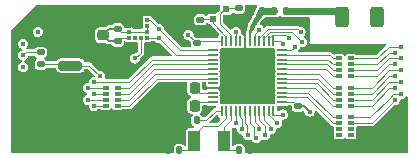
<source format=gbr>
%TF.GenerationSoftware,KiCad,Pcbnew,7.0.8*%
%TF.CreationDate,2023-11-08T20:54:03+10:00*%
%TF.ProjectId,ControllerBoard,436f6e74-726f-46c6-9c65-72426f617264,rev?*%
%TF.SameCoordinates,Original*%
%TF.FileFunction,Copper,L1,Top*%
%TF.FilePolarity,Positive*%
%FSLAX46Y46*%
G04 Gerber Fmt 4.6, Leading zero omitted, Abs format (unit mm)*
G04 Created by KiCad (PCBNEW 7.0.8) date 2023-11-08 20:54:03*
%MOMM*%
%LPD*%
G01*
G04 APERTURE LIST*
G04 Aperture macros list*
%AMRoundRect*
0 Rectangle with rounded corners*
0 $1 Rounding radius*
0 $2 $3 $4 $5 $6 $7 $8 $9 X,Y pos of 4 corners*
0 Add a 4 corners polygon primitive as box body*
4,1,4,$2,$3,$4,$5,$6,$7,$8,$9,$2,$3,0*
0 Add four circle primitives for the rounded corners*
1,1,$1+$1,$2,$3*
1,1,$1+$1,$4,$5*
1,1,$1+$1,$6,$7*
1,1,$1+$1,$8,$9*
0 Add four rect primitives between the rounded corners*
20,1,$1+$1,$2,$3,$4,$5,0*
20,1,$1+$1,$4,$5,$6,$7,0*
20,1,$1+$1,$6,$7,$8,$9,0*
20,1,$1+$1,$8,$9,$2,$3,0*%
G04 Aperture macros list end*
%TA.AperFunction,SMDPad,CuDef*%
%ADD10R,1.000000X1.800000*%
%TD*%
%TA.AperFunction,SMDPad,CuDef*%
%ADD11RoundRect,0.050000X0.050000X-0.350000X0.050000X0.350000X-0.050000X0.350000X-0.050000X-0.350000X0*%
%TD*%
%TA.AperFunction,SMDPad,CuDef*%
%ADD12RoundRect,0.050000X0.350000X-0.050000X0.350000X0.050000X-0.350000X0.050000X-0.350000X-0.050000X0*%
%TD*%
%TA.AperFunction,SMDPad,CuDef*%
%ADD13R,4.600000X4.600000*%
%TD*%
%TA.AperFunction,SMDPad,CuDef*%
%ADD14RoundRect,0.140000X0.170000X-0.140000X0.170000X0.140000X-0.170000X0.140000X-0.170000X-0.140000X0*%
%TD*%
%TA.AperFunction,SMDPad,CuDef*%
%ADD15RoundRect,0.225000X0.225000X0.250000X-0.225000X0.250000X-0.225000X-0.250000X0.225000X-0.250000X0*%
%TD*%
%TA.AperFunction,SMDPad,CuDef*%
%ADD16R,0.375000X0.350000*%
%TD*%
%TA.AperFunction,SMDPad,CuDef*%
%ADD17R,0.350000X0.375000*%
%TD*%
%TA.AperFunction,SMDPad,CuDef*%
%ADD18R,0.500000X0.320000*%
%TD*%
%TA.AperFunction,SMDPad,CuDef*%
%ADD19RoundRect,0.225000X0.250000X-0.225000X0.250000X0.225000X-0.250000X0.225000X-0.250000X-0.225000X0*%
%TD*%
%TA.AperFunction,SMDPad,CuDef*%
%ADD20RoundRect,0.140000X0.140000X0.170000X-0.140000X0.170000X-0.140000X-0.170000X0.140000X-0.170000X0*%
%TD*%
%TA.AperFunction,SMDPad,CuDef*%
%ADD21R,0.600000X0.500000*%
%TD*%
%TA.AperFunction,SMDPad,CuDef*%
%ADD22RoundRect,0.147500X0.147500X0.172500X-0.147500X0.172500X-0.147500X-0.172500X0.147500X-0.172500X0*%
%TD*%
%TA.AperFunction,SMDPad,CuDef*%
%ADD23RoundRect,0.250000X-0.312500X-0.625000X0.312500X-0.625000X0.312500X0.625000X-0.312500X0.625000X0*%
%TD*%
%TA.AperFunction,SMDPad,CuDef*%
%ADD24RoundRect,0.140000X-0.170000X0.140000X-0.170000X-0.140000X0.170000X-0.140000X0.170000X0.140000X0*%
%TD*%
%TA.AperFunction,SMDPad,CuDef*%
%ADD25RoundRect,0.135000X0.185000X-0.135000X0.185000X0.135000X-0.185000X0.135000X-0.185000X-0.135000X0*%
%TD*%
%TA.AperFunction,SMDPad,CuDef*%
%ADD26RoundRect,0.140000X-0.140000X-0.170000X0.140000X-0.170000X0.140000X0.170000X-0.140000X0.170000X0*%
%TD*%
%TA.AperFunction,SMDPad,CuDef*%
%ADD27RoundRect,0.200000X-0.800000X0.200000X-0.800000X-0.200000X0.800000X-0.200000X0.800000X0.200000X0*%
%TD*%
%TA.AperFunction,ViaPad*%
%ADD28C,0.450000*%
%TD*%
%TA.AperFunction,Conductor*%
%ADD29C,0.125000*%
%TD*%
%TA.AperFunction,Conductor*%
%ADD30C,0.550000*%
%TD*%
%TA.AperFunction,Conductor*%
%ADD31C,0.590000*%
%TD*%
%TA.AperFunction,Conductor*%
%ADD32C,0.200000*%
%TD*%
G04 APERTURE END LIST*
D10*
%TO.P,Y1,1,1*%
%TO.N,/Microcontroller/XL2*%
X18250000Y-11750000D03*
%TO.P,Y1,2,2*%
%TO.N,/Microcontroller/XL1*%
X15750000Y-11750000D03*
%TD*%
D11*
%TO.P,U3,1,DEC1*%
%TO.N,/Microcontroller/DEC1*%
X18050000Y-9200000D03*
%TO.P,U3,2,P0.00/XL1*%
%TO.N,/Microcontroller/XL1*%
X18450000Y-9200000D03*
%TO.P,U3,3,P0.01/XL2*%
%TO.N,/Microcontroller/XL2*%
X18850000Y-9200000D03*
%TO.P,U3,4,P0.02/AIN0*%
%TO.N,/Connectors/COL0*%
X19250000Y-9200000D03*
%TO.P,U3,5,P0.03/AIN1*%
%TO.N,/Connectors/COL1*%
X19650000Y-9200000D03*
%TO.P,U3,6,P0.04/AIN2*%
%TO.N,/Connectors/COL2*%
X20050000Y-9200000D03*
%TO.P,U3,7,P0.05/AIN3*%
%TO.N,/Connectors/COL3*%
X20450000Y-9200000D03*
%TO.P,U3,8,P0.06*%
%TO.N,/Connectors/COL4*%
X20850000Y-9200000D03*
%TO.P,U3,9,P0.07*%
%TO.N,/Connectors/COL5*%
X21250000Y-9200000D03*
%TO.P,U3,10,P0.08*%
%TO.N,/Connectors/COL6*%
X21650000Y-9200000D03*
%TO.P,U3,11,P0.09*%
%TO.N,/Connectors/COL7*%
X22050000Y-9200000D03*
%TO.P,U3,12,P0.10*%
%TO.N,/Connectors/COL8*%
X22450000Y-9200000D03*
D12*
%TO.P,U3,13,VDD*%
%TO.N,VCC*%
X23200000Y-8450000D03*
%TO.P,U3,14,P0.11*%
%TO.N,/Microcontroller/ROW9_R*%
X23200000Y-8050000D03*
%TO.P,U3,15,P0.12*%
%TO.N,/Microcontroller/ROW8_R*%
X23200000Y-7650000D03*
%TO.P,U3,16,P0.13*%
%TO.N,/Microcontroller/ROW7_R*%
X23200000Y-7250000D03*
%TO.P,U3,17,P0.14*%
%TO.N,/Microcontroller/ROW6_R*%
X23200000Y-6850000D03*
%TO.P,U3,18,P0.15*%
%TO.N,/Microcontroller/ROW5_R*%
X23200000Y-6450000D03*
%TO.P,U3,19,P0.16*%
%TO.N,/Microcontroller/ROW4_R*%
X23200000Y-6050000D03*
%TO.P,U3,20,P0.17*%
%TO.N,/Microcontroller/ROW3_R*%
X23200000Y-5650000D03*
%TO.P,U3,21,P0.18*%
%TO.N,/Microcontroller/ROW2_R*%
X23200000Y-5250000D03*
%TO.P,U3,22,P0.19*%
%TO.N,/Microcontroller/ROW1_R*%
X23200000Y-4850000D03*
%TO.P,U3,23,P0.20*%
%TO.N,/Microcontroller/ROW0_R*%
X23200000Y-4450000D03*
%TO.P,U3,24,P0.21/~{RESET}*%
%TO.N,/Microcontroller/RESET*%
X23200000Y-4050000D03*
D11*
%TO.P,U3,25,SWDCLK*%
%TO.N,/Connectors/SWDCLK*%
X22450000Y-3300000D03*
%TO.P,U3,26,SWDIO*%
%TO.N,/Connectors/SWDIO*%
X22050000Y-3300000D03*
%TO.P,U3,27,P0.22*%
%TO.N,/Connectors/COL10*%
X21650000Y-3300000D03*
%TO.P,U3,28,P0.23*%
%TO.N,/Connectors/COL9*%
X21250000Y-3300000D03*
%TO.P,U3,29,P0.24*%
%TO.N,/Accelerometer/INT1*%
X20850000Y-3300000D03*
%TO.P,U3,30,ANT*%
%TO.N,/Microcontroller/ANT1*%
X20450000Y-3300000D03*
%TO.P,U3,31,VSS*%
%TO.N,GND*%
X20050000Y-3300000D03*
%TO.P,U3,32,DEC2*%
%TO.N,unconnected-(U3-DEC2-Pad32)*%
X19650000Y-3300000D03*
%TO.P,U3,33,DEC3*%
%TO.N,/Microcontroller/DEC3*%
X19250000Y-3300000D03*
%TO.P,U3,34,XC1*%
%TO.N,/Microcontroller/XC1*%
X18850000Y-3300000D03*
%TO.P,U3,35,XC2*%
%TO.N,/Microcontroller/XC2*%
X18450000Y-3300000D03*
%TO.P,U3,36,VDD*%
%TO.N,VCC*%
X18050000Y-3300000D03*
D12*
%TO.P,U3,37,P0.25*%
%TO.N,/Accelerometer/SDA*%
X17300000Y-4050000D03*
%TO.P,U3,38,P0.26*%
%TO.N,/Accelerometer/SCL*%
X17300000Y-4450000D03*
%TO.P,U3,39,P0.27*%
%TO.N,/Connectors/BUTTON*%
X17300000Y-4850000D03*
%TO.P,U3,40,P0.28/AIN4*%
%TO.N,/Microcontroller/LED0_R*%
X17300000Y-5250000D03*
%TO.P,U3,41,P0.29/AIN5*%
%TO.N,/Microcontroller/LED1_R*%
X17300000Y-5650000D03*
%TO.P,U3,42,P0.30/AIN6*%
%TO.N,/Microcontroller/LED2_R*%
X17300000Y-6050000D03*
%TO.P,U3,43,P0.31/AIN7*%
%TO.N,/Microcontroller/LED3_R*%
X17300000Y-6450000D03*
%TO.P,U3,44,NC*%
%TO.N,unconnected-(U3-NC-Pad44)*%
X17300000Y-6850000D03*
%TO.P,U3,45,VSS*%
%TO.N,GND*%
X17300000Y-7250000D03*
%TO.P,U3,46,DEC4*%
%TO.N,/Microcontroller/DEC4*%
X17300000Y-7650000D03*
%TO.P,U3,47,DCC*%
%TO.N,unconnected-(U3-DCC-Pad47)*%
X17300000Y-8050000D03*
%TO.P,U3,48,VDD*%
%TO.N,VCC*%
X17300000Y-8450000D03*
D13*
%TO.P,U3,49,VSS*%
%TO.N,GND*%
X20250000Y-6250000D03*
%TD*%
D14*
%TO.P,C4,1*%
%TO.N,VCC*%
X9250000Y-2230000D03*
%TO.P,C4,2*%
%TO.N,GND*%
X9250000Y-1270000D03*
%TD*%
D15*
%TO.P,C8,1*%
%TO.N,VCC*%
X15775000Y-8750000D03*
%TO.P,C8,2*%
%TO.N,GND*%
X14225000Y-8750000D03*
%TD*%
D14*
%TO.P,C15,1*%
%TO.N,GND*%
X19500000Y-1480000D03*
%TO.P,C15,2*%
%TO.N,/Microcontroller/XC1*%
X19500000Y-520000D03*
%TD*%
D16*
%TO.P,U2,1,SCL/SPC*%
%TO.N,/Accelerometer/SCL*%
X11762500Y-3000000D03*
%TO.P,U2,2,~{CS}*%
%TO.N,VCC*%
X11762500Y-2500000D03*
%TO.P,U2,3,SA0/SDO*%
X11762500Y-2000000D03*
%TO.P,U2,4,SDA/SDI*%
%TO.N,/Accelerometer/SDA*%
X11762500Y-1500000D03*
D17*
%TO.P,U2,5,RES*%
%TO.N,GND*%
X11250000Y-1487500D03*
%TO.P,U2,6,GND*%
X10750000Y-1487500D03*
D16*
%TO.P,U2,7,GND*%
X10237500Y-1500000D03*
%TO.P,U2,8,GND*%
X10237500Y-2000000D03*
%TO.P,U2,9,Vdd*%
%TO.N,VCC*%
X10237500Y-2500000D03*
%TO.P,U2,10,Vdd_IO*%
X10237500Y-3000000D03*
D17*
%TO.P,U2,11,INT2*%
%TO.N,unconnected-(U2-INT2-Pad11)*%
X10750000Y-3012500D03*
%TO.P,U2,12,INT1*%
%TO.N,/Accelerometer/INT1*%
X11250000Y-3012500D03*
%TD*%
D18*
%TO.P,RN1,1,R1.1*%
%TO.N,/Microcontroller/ROW8_R*%
X28000000Y-9750000D03*
%TO.P,RN1,2,R2.1*%
%TO.N,/Microcontroller/ROW9_R*%
X28000000Y-10250000D03*
%TO.P,RN1,3,R3.1*%
%TO.N,unconnected-(RN1-R3.1-Pad3)*%
X28000000Y-10750000D03*
%TO.P,RN1,4,R4.1*%
%TO.N,unconnected-(RN1-R4.1-Pad4)*%
X28000000Y-11250000D03*
%TO.P,RN1,5,R4.2*%
%TO.N,unconnected-(RN1-R4.2-Pad5)*%
X29000000Y-11250000D03*
%TO.P,RN1,6,R3.2*%
%TO.N,unconnected-(RN1-R3.2-Pad6)*%
X29000000Y-10750000D03*
%TO.P,RN1,7,R2.2*%
%TO.N,/Connectors/ROW9*%
X29000000Y-10250000D03*
%TO.P,RN1,8,R1.2*%
%TO.N,/Connectors/ROW8*%
X29000000Y-9750000D03*
%TD*%
%TO.P,RN3,1,R1.1*%
%TO.N,/Microcontroller/ROW0_R*%
X28000000Y-4750000D03*
%TO.P,RN3,2,R2.1*%
%TO.N,/Microcontroller/ROW1_R*%
X28000000Y-5250000D03*
%TO.P,RN3,3,R3.1*%
%TO.N,/Microcontroller/ROW2_R*%
X28000000Y-5750000D03*
%TO.P,RN3,4,R4.1*%
%TO.N,/Microcontroller/ROW3_R*%
X28000000Y-6250000D03*
%TO.P,RN3,5,R4.2*%
%TO.N,/Connectors/ROW3*%
X29000000Y-6250000D03*
%TO.P,RN3,6,R3.2*%
%TO.N,/Connectors/ROW2*%
X29000000Y-5750000D03*
%TO.P,RN3,7,R2.2*%
%TO.N,/Connectors/ROW1*%
X29000000Y-5250000D03*
%TO.P,RN3,8,R1.2*%
%TO.N,/Connectors/ROW0*%
X29000000Y-4750000D03*
%TD*%
D19*
%TO.P,C5,1*%
%TO.N,VCC*%
X8000000Y-2775000D03*
%TO.P,C5,2*%
%TO.N,GND*%
X8000000Y-1225000D03*
%TD*%
D20*
%TO.P,C13,1*%
%TO.N,/Microcontroller/DEC1*%
X15980000Y-10000000D03*
%TO.P,C13,2*%
%TO.N,GND*%
X15020000Y-10000000D03*
%TD*%
D14*
%TO.P,C9,1*%
%TO.N,VCC*%
X16000000Y-3480000D03*
%TO.P,C9,2*%
%TO.N,GND*%
X16000000Y-2520000D03*
%TD*%
D21*
%TO.P,Y2,1,1*%
%TO.N,/Microcontroller/XC1*%
X18425000Y-600000D03*
%TO.P,Y2,2,2*%
%TO.N,GND*%
X17325000Y-600000D03*
%TO.P,Y2,3,3*%
%TO.N,/Microcontroller/XC2*%
X17325000Y-1400000D03*
%TO.P,Y2,4,4*%
%TO.N,GND*%
X18425000Y-1400000D03*
%TD*%
D22*
%TO.P,L1,1*%
%TO.N,/Microcontroller/ANT2*%
X23485000Y-750000D03*
%TO.P,L1,2*%
%TO.N,/Microcontroller/ANT1*%
X22515000Y-750000D03*
%TD*%
D23*
%TO.P,AE1,1,FEED*%
%TO.N,/Microcontroller/ANT2*%
X28287500Y-1250000D03*
%TO.P,AE1,2,PCB_Trace*%
%TO.N,unconnected-(AE1-PCB_Trace-Pad2)*%
X31212500Y-1250000D03*
%TD*%
D24*
%TO.P,C10,1*%
%TO.N,VCC*%
X24500000Y-8770000D03*
%TO.P,C10,2*%
%TO.N,GND*%
X24500000Y-9730000D03*
%TD*%
D20*
%TO.P,C14,1*%
%TO.N,/Microcontroller/ANT1*%
X21480000Y-750000D03*
%TO.P,C14,2*%
%TO.N,GND*%
X20520000Y-750000D03*
%TD*%
D25*
%TO.P,R3,1*%
%TO.N,/Microcontroller/RESET*%
X2750000Y-5260000D03*
%TO.P,R3,2*%
%TO.N,VCC*%
X2750000Y-4240000D03*
%TD*%
D24*
%TO.P,C1,1*%
%TO.N,VCC*%
X9250000Y-3270000D03*
%TO.P,C1,2*%
%TO.N,GND*%
X9250000Y-4230000D03*
%TD*%
D18*
%TO.P,RN4,1,R1.1*%
%TO.N,/Connectors/LED0*%
X8250000Y-7250000D03*
%TO.P,RN4,2,R2.1*%
%TO.N,/Connectors/LED1*%
X8250000Y-7750000D03*
%TO.P,RN4,3,R3.1*%
%TO.N,/Connectors/LED2*%
X8250000Y-8250000D03*
%TO.P,RN4,4,R4.1*%
%TO.N,/Connectors/LED3*%
X8250000Y-8750000D03*
%TO.P,RN4,5,R4.2*%
%TO.N,/Microcontroller/LED3_R*%
X9250000Y-8750000D03*
%TO.P,RN4,6,R3.2*%
%TO.N,/Microcontroller/LED2_R*%
X9250000Y-8250000D03*
%TO.P,RN4,7,R2.2*%
%TO.N,/Microcontroller/LED1_R*%
X9250000Y-7750000D03*
%TO.P,RN4,8,R1.2*%
%TO.N,/Microcontroller/LED0_R*%
X9250000Y-7250000D03*
%TD*%
D15*
%TO.P,C6,1*%
%TO.N,/Microcontroller/DEC4*%
X15775000Y-7250000D03*
%TO.P,C6,2*%
%TO.N,GND*%
X14225000Y-7250000D03*
%TD*%
D24*
%TO.P,C16,1*%
%TO.N,GND*%
X16250000Y-520000D03*
%TO.P,C16,2*%
%TO.N,/Microcontroller/XC2*%
X16250000Y-1480000D03*
%TD*%
D26*
%TO.P,C12,1*%
%TO.N,/Microcontroller/XL2*%
X19520000Y-12500000D03*
%TO.P,C12,2*%
%TO.N,GND*%
X20480000Y-12500000D03*
%TD*%
D20*
%TO.P,C7,1*%
%TO.N,/Microcontroller/XL1*%
X14480000Y-12500000D03*
%TO.P,C7,2*%
%TO.N,GND*%
X13520000Y-12500000D03*
%TD*%
D27*
%TO.P,SW1,1,1*%
%TO.N,GND*%
X5250000Y-1150000D03*
%TO.P,SW1,2,2*%
%TO.N,/Microcontroller/RESET*%
X5250000Y-5350000D03*
%TD*%
D18*
%TO.P,RN2,1,R1.1*%
%TO.N,/Microcontroller/ROW4_R*%
X28000000Y-7250000D03*
%TO.P,RN2,2,R2.1*%
%TO.N,/Microcontroller/ROW5_R*%
X28000000Y-7750000D03*
%TO.P,RN2,3,R3.1*%
%TO.N,/Microcontroller/ROW6_R*%
X28000000Y-8250000D03*
%TO.P,RN2,4,R4.1*%
%TO.N,/Microcontroller/ROW7_R*%
X28000000Y-8750000D03*
%TO.P,RN2,5,R4.2*%
%TO.N,/Connectors/ROW7*%
X29000000Y-8750000D03*
%TO.P,RN2,6,R3.2*%
%TO.N,/Connectors/ROW6*%
X29000000Y-8250000D03*
%TO.P,RN2,7,R2.2*%
%TO.N,/Connectors/ROW5*%
X29000000Y-7750000D03*
%TO.P,RN2,8,R1.2*%
%TO.N,/Connectors/ROW4*%
X29000000Y-7250000D03*
%TD*%
D28*
%TO.N,GND*%
X14225000Y-7250000D03*
X14225000Y-8750000D03*
X21750000Y-4750000D03*
X18500000Y-4500000D03*
X18750000Y-7750000D03*
X14197000Y-9988548D03*
X12750000Y-12500000D03*
X21250000Y-12500000D03*
X24500000Y-10500000D03*
X20250000Y-1500000D03*
X15500000Y-500000D03*
X17000000Y-2500000D03*
X10250000Y-500000D03*
X10250000Y-4000000D03*
X3000000Y-750000D03*
%TO.N,VCC*%
X1250000Y-5500000D03*
X2500000Y-2500000D03*
X1250000Y-3500000D03*
X15775000Y-8750000D03*
X15250000Y-2750000D03*
X1250000Y-4500000D03*
X25500000Y-9250000D03*
X8000000Y-2775000D03*
%TO.N,GND*%
X19000000Y-6750000D03*
X22750000Y-1500000D03*
X30000000Y-3750000D03*
X1250000Y-8500000D03*
X1250000Y-7500000D03*
X24000000Y-1500000D03*
X12500000Y-4000000D03*
X2500000Y-9500000D03*
X20500000Y-6750000D03*
X8000000Y-1225000D03*
X1250000Y-6500000D03*
X26750000Y-3750000D03*
X21800000Y-1650000D03*
X25250000Y-1500000D03*
X16750000Y-9000000D03*
X17500000Y-10000000D03*
%TO.N,/Microcontroller/DEC3*%
X19250000Y-2500000D03*
%TO.N,/Connectors/ROW0*%
X33250000Y-3750000D03*
%TO.N,/Connectors/COL9*%
X24750000Y-2500000D03*
%TO.N,/Connectors/ROW1*%
X32750000Y-4250000D03*
%TO.N,/Connectors/COL10*%
X24875000Y-3375000D03*
%TO.N,/Accelerometer/SDA*%
X12750000Y-2250000D03*
%TO.N,/Accelerometer/SCL*%
X12750000Y-3000000D03*
%TO.N,/Connectors/ROW2*%
X33250000Y-4750000D03*
%TO.N,/Connectors/COL0*%
X19250000Y-10250000D03*
%TO.N,/Connectors/ROW3*%
X32750000Y-5250000D03*
%TO.N,/Connectors/COL1*%
X19750000Y-10750000D03*
%TO.N,/Connectors/ROW4*%
X33250000Y-5750000D03*
%TO.N,/Connectors/COL2*%
X20250000Y-11250000D03*
%TO.N,/Connectors/ROW5*%
X32750000Y-6250000D03*
%TO.N,/Connectors/COL3*%
X21000000Y-11500000D03*
%TO.N,/Connectors/ROW6*%
X33250000Y-6750000D03*
%TO.N,/Connectors/COL4*%
X21250000Y-10750000D03*
%TO.N,/Connectors/ROW7*%
X32750000Y-7250000D03*
%TO.N,/Connectors/COL5*%
X21750000Y-11250000D03*
%TO.N,/Connectors/ROW8*%
X33250000Y-7750000D03*
%TO.N,/Connectors/COL6*%
X22250000Y-10750000D03*
%TO.N,/Connectors/ROW9*%
X32750000Y-8250000D03*
%TO.N,/Connectors/COL7*%
X22750000Y-10250000D03*
%TO.N,/Connectors/COL8*%
X23250000Y-9500000D03*
%TO.N,/Connectors/SWDCLK*%
X23250000Y-3500000D03*
%TO.N,/Connectors/SWDIO*%
X23750000Y-3000000D03*
%TO.N,/Accelerometer/INT1*%
X10750000Y-4750000D03*
X21220714Y-2308572D03*
%TO.N,/Connectors/LED0*%
X6750000Y-7250000D03*
%TO.N,/Connectors/LED1*%
X7250000Y-7750000D03*
%TO.N,/Connectors/LED2*%
X6750000Y-8250000D03*
%TO.N,/Connectors/LED3*%
X7250000Y-8750000D03*
%TO.N,/Connectors/BUTTON*%
X7250000Y-6750000D03*
%TO.N,/Microcontroller/RESET*%
X24250000Y-3750000D03*
X7750000Y-6250000D03*
%TD*%
D29*
%TO.N,VCC*%
X15250000Y-2750000D02*
X15800000Y-3300000D01*
X15800000Y-3300000D02*
X18050000Y-3300000D01*
%TO.N,/Accelerometer/SDA*%
X14550000Y-4050000D02*
X17300000Y-4050000D01*
X12750000Y-2250000D02*
X14550000Y-4050000D01*
X12000000Y-1500000D02*
X11762500Y-1500000D01*
X12750000Y-2250000D02*
X12000000Y-1500000D01*
%TO.N,/Accelerometer/SCL*%
X12750000Y-3000000D02*
X11762500Y-3000000D01*
X14200000Y-4450000D02*
X17300000Y-4450000D01*
X12750000Y-3000000D02*
X14200000Y-4450000D01*
D30*
%TO.N,/Microcontroller/ANT2*%
X28287500Y-750000D02*
X28287500Y-1250000D01*
D31*
X23485000Y-750000D02*
X28287500Y-750000D01*
D29*
%TO.N,VCC*%
X10237500Y-2500000D02*
X11762500Y-2500000D01*
X9520000Y-2500000D02*
X10237500Y-2500000D01*
D32*
X9250000Y-3270000D02*
X8495000Y-3270000D01*
D29*
X17300000Y-8450000D02*
X16075000Y-8450000D01*
X24180000Y-8450000D02*
X23200000Y-8450000D01*
D32*
X25020000Y-8770000D02*
X25500000Y-9250000D01*
D29*
X9250000Y-2230000D02*
X9520000Y-2500000D01*
D32*
X24500000Y-8770000D02*
X25020000Y-8770000D01*
X8545000Y-2230000D02*
X8000000Y-2775000D01*
D29*
X9250000Y-3270000D02*
X9520000Y-3000000D01*
X24500000Y-8770000D02*
X24180000Y-8450000D01*
X16075000Y-8450000D02*
X15775000Y-8750000D01*
D32*
X8495000Y-3270000D02*
X8000000Y-2775000D01*
D29*
X11762500Y-2000000D02*
X11762500Y-2500000D01*
X2750000Y-4240000D02*
X1510000Y-4240000D01*
X9520000Y-3000000D02*
X10237500Y-3000000D01*
D32*
X9250000Y-2230000D02*
X8545000Y-2230000D01*
D29*
X1510000Y-4240000D02*
X1250000Y-4500000D01*
%TO.N,/Microcontroller/DEC4*%
X16175000Y-7650000D02*
X15775000Y-7250000D01*
X17300000Y-7650000D02*
X16175000Y-7650000D01*
%TO.N,/Microcontroller/DEC3*%
X19250000Y-2500000D02*
X19250000Y-3300000D01*
%TO.N,/Microcontroller/XL1*%
X16000000Y-11000000D02*
X16000000Y-11750000D01*
X18450000Y-9200000D02*
X18450000Y-9800000D01*
X17750000Y-10500000D02*
X16500000Y-10500000D01*
X18450000Y-9800000D02*
X17750000Y-10500000D01*
X15750000Y-12500000D02*
X15750000Y-11750000D01*
X14480000Y-12500000D02*
X15750000Y-12500000D01*
X16500000Y-10500000D02*
X16000000Y-11000000D01*
%TO.N,/Microcontroller/XL2*%
X18250000Y-11750000D02*
X18250000Y-10595926D01*
X18250000Y-11500000D02*
X18250000Y-11750000D01*
X19520000Y-12500000D02*
X18250000Y-12500000D01*
X18250000Y-10595926D02*
X18850000Y-9995926D01*
X18850000Y-9995926D02*
X18850000Y-9200000D01*
X18250000Y-12500000D02*
X18250000Y-11750000D01*
%TO.N,/Microcontroller/DEC1*%
X16750000Y-10000000D02*
X15980000Y-10000000D01*
X17550000Y-9200000D02*
X16750000Y-10000000D01*
X18050000Y-9200000D02*
X17550000Y-9200000D01*
D31*
%TO.N,/Microcontroller/ANT1*%
X21480000Y-750000D02*
X22515000Y-750000D01*
D29*
%TO.N,/Microcontroller/XC1*%
X18425000Y-600000D02*
X18300000Y-600000D01*
X18300000Y-600000D02*
X17900000Y-1000000D01*
X19500000Y-520000D02*
X18505000Y-520000D01*
X17900000Y-1812370D02*
X18850000Y-2762370D01*
X18850000Y-2762370D02*
X18850000Y-3300000D01*
X17900000Y-1000000D02*
X17900000Y-1812370D01*
X18505000Y-520000D02*
X18425000Y-600000D01*
%TO.N,/Microcontroller/XC2*%
X17325000Y-1775000D02*
X17325000Y-1400000D01*
X17325000Y-1400000D02*
X16330000Y-1400000D01*
X16330000Y-1400000D02*
X16250000Y-1480000D01*
X18450000Y-3300000D02*
X18450000Y-2900000D01*
X18450000Y-2900000D02*
X17325000Y-1775000D01*
%TO.N,/Connectors/ROW0*%
X31250000Y-4750000D02*
X29000000Y-4750000D01*
X32250000Y-3750000D02*
X31250000Y-4750000D01*
X33250000Y-3750000D02*
X32250000Y-3750000D01*
%TO.N,/Connectors/COL9*%
X22011980Y-2237500D02*
X21250000Y-2999480D01*
X24750000Y-2500000D02*
X24487500Y-2237500D01*
X21250000Y-2999480D02*
X21250000Y-3300000D01*
X24487500Y-2237500D02*
X22011980Y-2237500D01*
%TO.N,/Connectors/ROW1*%
X32750000Y-4250000D02*
X32250000Y-4250000D01*
X31250000Y-5250000D02*
X29000000Y-5250000D01*
X32250000Y-4250000D02*
X31250000Y-5250000D01*
%TO.N,/Connectors/COL10*%
X24875000Y-3375000D02*
X23987500Y-2487500D01*
X22161980Y-2487500D02*
X21650000Y-2999480D01*
X21650000Y-2999480D02*
X21650000Y-3300000D01*
X23987500Y-2487500D02*
X22161980Y-2487500D01*
%TO.N,/Connectors/ROW2*%
X32250000Y-4750000D02*
X31250000Y-5750000D01*
X33250000Y-4750000D02*
X32250000Y-4750000D01*
X31250000Y-5750000D02*
X29000000Y-5750000D01*
%TO.N,/Connectors/COL0*%
X19250000Y-9200000D02*
X19250000Y-10250000D01*
%TO.N,/Connectors/ROW3*%
X32250000Y-5250000D02*
X31250000Y-6250000D01*
X31250000Y-6250000D02*
X29000000Y-6250000D01*
X32750000Y-5250000D02*
X32250000Y-5250000D01*
%TO.N,/Connectors/COL1*%
X19650000Y-9745926D02*
X19650000Y-9200000D01*
X19750000Y-9845926D02*
X19650000Y-9745926D01*
X19750000Y-10750000D02*
X19750000Y-9845926D01*
%TO.N,/Connectors/ROW4*%
X32250000Y-5750000D02*
X30750000Y-7250000D01*
X30750000Y-7250000D02*
X29000000Y-7250000D01*
X33250000Y-5750000D02*
X32250000Y-5750000D01*
%TO.N,/Connectors/COL2*%
X20212500Y-11212500D02*
X20212500Y-10412500D01*
X20050000Y-10250000D02*
X20050000Y-9200000D01*
X20212500Y-10412500D02*
X20050000Y-10250000D01*
X20250000Y-11250000D02*
X20212500Y-11212500D01*
%TO.N,/Connectors/ROW5*%
X32250000Y-6250000D02*
X30750000Y-7750000D01*
X32750000Y-6250000D02*
X32250000Y-6250000D01*
X30750000Y-7750000D02*
X29000000Y-7750000D01*
%TO.N,/Connectors/COL3*%
X20787500Y-11287500D02*
X20787500Y-10533686D01*
X21000000Y-11500000D02*
X20787500Y-11287500D01*
X20450000Y-10196186D02*
X20450000Y-9200000D01*
X20787500Y-10533686D02*
X20450000Y-10196186D01*
%TO.N,/Connectors/ROW6*%
X30750000Y-8250000D02*
X29000000Y-8250000D01*
X33250000Y-6750000D02*
X32250000Y-6750000D01*
X32250000Y-6750000D02*
X30750000Y-8250000D01*
%TO.N,/Connectors/COL4*%
X21250000Y-10500000D02*
X20850000Y-10100000D01*
X20850000Y-10100000D02*
X20850000Y-9200000D01*
X21250000Y-10750000D02*
X21250000Y-10500000D01*
%TO.N,/Connectors/ROW7*%
X32750000Y-7250000D02*
X32250000Y-7250000D01*
X32250000Y-7250000D02*
X30750000Y-8750000D01*
X30750000Y-8750000D02*
X29000000Y-8750000D01*
%TO.N,/Connectors/COL5*%
X21250000Y-10000000D02*
X21250000Y-9200000D01*
X21750000Y-11250000D02*
X21750000Y-10500000D01*
X21750000Y-10500000D02*
X21250000Y-10000000D01*
%TO.N,/Connectors/ROW8*%
X33250000Y-7750000D02*
X32595926Y-7750000D01*
X32287500Y-8058426D02*
X32287500Y-8087500D01*
X32287500Y-8087500D02*
X30625000Y-9750000D01*
X30625000Y-9750000D02*
X29000000Y-9750000D01*
X32595926Y-7750000D02*
X32287500Y-8058426D01*
%TO.N,/Connectors/COL6*%
X22250000Y-10595926D02*
X21650000Y-9995926D01*
X21650000Y-9995926D02*
X21650000Y-9200000D01*
X22250000Y-10750000D02*
X22250000Y-10595926D01*
%TO.N,/Connectors/ROW9*%
X32750000Y-8250000D02*
X30750000Y-10250000D01*
X30750000Y-10250000D02*
X29000000Y-10250000D01*
%TO.N,/Connectors/COL7*%
X22050000Y-9200000D02*
X22050000Y-9550000D01*
X22050000Y-9550000D02*
X22750000Y-10250000D01*
%TO.N,/Connectors/COL8*%
X23250000Y-9500000D02*
X22450000Y-9500000D01*
X22450000Y-9500000D02*
X22450000Y-9200000D01*
%TO.N,/Connectors/SWDCLK*%
X23050000Y-3300000D02*
X22450000Y-3300000D01*
X23250000Y-3500000D02*
X23050000Y-3300000D01*
%TO.N,/Connectors/SWDIO*%
X23750000Y-3000000D02*
X23487500Y-2737500D01*
X23487500Y-2737500D02*
X22311979Y-2737500D01*
X22050000Y-2999480D02*
X22050000Y-3300000D01*
X22311979Y-2737500D02*
X22050000Y-2999480D01*
%TO.N,/Accelerometer/INT1*%
X11250000Y-4250000D02*
X11250000Y-3012500D01*
X21220714Y-2308572D02*
X20850000Y-2679286D01*
X10750000Y-4750000D02*
X11250000Y-4250000D01*
X20850000Y-2679286D02*
X20850000Y-3300000D01*
%TO.N,/Connectors/LED0*%
X8250000Y-7250000D02*
X6750000Y-7250000D01*
%TO.N,/Connectors/LED1*%
X8250000Y-7750000D02*
X7250000Y-7750000D01*
%TO.N,/Connectors/LED2*%
X8250000Y-8250000D02*
X6750000Y-8250000D01*
%TO.N,/Connectors/LED3*%
X8250000Y-8750000D02*
X7250000Y-8750000D01*
%TO.N,/Connectors/BUTTON*%
X17300000Y-4850000D02*
X12150000Y-4850000D01*
X10250000Y-6750000D02*
X7250000Y-6750000D01*
X12150000Y-4850000D02*
X10250000Y-6750000D01*
%TO.N,/Microcontroller/ROW9_R*%
X27500000Y-10250000D02*
X25300000Y-8050000D01*
X28000000Y-10250000D02*
X27500000Y-10250000D01*
X25300000Y-8050000D02*
X23200000Y-8050000D01*
%TO.N,/Microcontroller/ROW8_R*%
X28000000Y-9750000D02*
X27500000Y-9750000D01*
X25400000Y-7650000D02*
X23200000Y-7650000D01*
X27500000Y-9750000D02*
X25400000Y-7650000D01*
%TO.N,/Microcontroller/ROW7_R*%
X26000000Y-7250000D02*
X27500000Y-8750000D01*
X27500000Y-8750000D02*
X28000000Y-8750000D01*
X23200000Y-7250000D02*
X26000000Y-7250000D01*
%TO.N,/Microcontroller/ROW6_R*%
X27500000Y-8250000D02*
X28000000Y-8250000D01*
X23200000Y-6850000D02*
X26100000Y-6850000D01*
X26100000Y-6850000D02*
X27500000Y-8250000D01*
%TO.N,/Microcontroller/ROW5_R*%
X26200000Y-6450000D02*
X27500000Y-7750000D01*
X23200000Y-6450000D02*
X26200000Y-6450000D01*
X27500000Y-7750000D02*
X28000000Y-7750000D01*
%TO.N,/Microcontroller/ROW4_R*%
X27500000Y-7250000D02*
X28000000Y-7250000D01*
X23200000Y-6050000D02*
X26300000Y-6050000D01*
X26300000Y-6050000D02*
X27500000Y-7250000D01*
%TO.N,/Microcontroller/ROW3_R*%
X27500000Y-6250000D02*
X28000000Y-6250000D01*
X26900000Y-5650000D02*
X27500000Y-6250000D01*
X23200000Y-5650000D02*
X26900000Y-5650000D01*
%TO.N,/Microcontroller/ROW2_R*%
X27000000Y-5250000D02*
X27500000Y-5750000D01*
X27500000Y-5750000D02*
X28000000Y-5750000D01*
X23200000Y-5250000D02*
X27000000Y-5250000D01*
%TO.N,/Microcontroller/ROW1_R*%
X27500000Y-5250000D02*
X28000000Y-5250000D01*
X23200000Y-4850000D02*
X27100000Y-4850000D01*
X27100000Y-4850000D02*
X27500000Y-5250000D01*
%TO.N,/Microcontroller/ROW0_R*%
X27500000Y-4750000D02*
X28000000Y-4750000D01*
X23200000Y-4450000D02*
X27200000Y-4450000D01*
X27200000Y-4450000D02*
X27500000Y-4750000D01*
%TO.N,/Microcontroller/LED0_R*%
X12250000Y-5250000D02*
X10250000Y-7250000D01*
X10250000Y-7250000D02*
X9250000Y-7250000D01*
X17300000Y-5250000D02*
X12250000Y-5250000D01*
%TO.N,/Microcontroller/LED1_R*%
X12350000Y-5650000D02*
X10250000Y-7750000D01*
X10250000Y-7750000D02*
X9250000Y-7750000D01*
X17300000Y-5650000D02*
X12350000Y-5650000D01*
%TO.N,/Microcontroller/LED2_R*%
X17300000Y-6050000D02*
X12450000Y-6050000D01*
X12450000Y-6050000D02*
X10250000Y-8250000D01*
X10250000Y-8250000D02*
X9250000Y-8250000D01*
%TO.N,/Microcontroller/LED3_R*%
X10250000Y-8750000D02*
X9250000Y-8750000D01*
X12550000Y-6450000D02*
X10250000Y-8750000D01*
X17300000Y-6450000D02*
X12550000Y-6450000D01*
%TO.N,/Microcontroller/RESET*%
X23950000Y-4050000D02*
X24250000Y-3750000D01*
X23200000Y-4050000D02*
X23950000Y-4050000D01*
X6850000Y-5350000D02*
X5250000Y-5350000D01*
X7750000Y-6250000D02*
X6850000Y-5350000D01*
X5160000Y-5260000D02*
X5250000Y-5350000D01*
X2750000Y-5260000D02*
X5160000Y-5260000D01*
%TD*%
%TA.AperFunction,Conductor*%
%TO.N,/Microcontroller/ANT1*%
G36*
X21659191Y-518907D02*
G01*
X21695155Y-568407D01*
X21700000Y-599000D01*
X21700000Y-964950D01*
X21681093Y-1023141D01*
X21677947Y-1027241D01*
X20850001Y-2049997D01*
X20850000Y-2049999D01*
X20550000Y-2650000D01*
X20550000Y-2917813D01*
X20549762Y-2922666D01*
X20549500Y-2925327D01*
X20549500Y-3551000D01*
X20530593Y-3609191D01*
X20481093Y-3645155D01*
X20450500Y-3650000D01*
X20449500Y-3650000D01*
X20391309Y-3631093D01*
X20355345Y-3581593D01*
X20350500Y-3551000D01*
X20350500Y-2925327D01*
X20350238Y-2922666D01*
X20350000Y-2917813D01*
X20350000Y-2611276D01*
X20352535Y-2589015D01*
X20476923Y-2049999D01*
X20496948Y-1963222D01*
X20506498Y-1938086D01*
X20800000Y-1400000D01*
X20931633Y-1136733D01*
X20939082Y-1124229D01*
X20943216Y-1118323D01*
X20943224Y-1118316D01*
X20976200Y-1047598D01*
X21222637Y-554726D01*
X21265572Y-511134D01*
X21311185Y-500000D01*
X21601000Y-500000D01*
X21659191Y-518907D01*
G37*
%TD.AperFunction*%
%TD*%
%TA.AperFunction,Conductor*%
%TO.N,GND*%
G36*
X17887868Y-219407D02*
G01*
X17923832Y-268907D01*
X17926775Y-318814D01*
X17924500Y-330249D01*
X17924500Y-562553D01*
X17905593Y-620744D01*
X17895503Y-632557D01*
X17739235Y-788824D01*
X17724238Y-801132D01*
X17710392Y-810384D01*
X17710385Y-810391D01*
X17687558Y-844553D01*
X17646843Y-905489D01*
X17643727Y-903407D01*
X17613356Y-936617D01*
X17564522Y-949500D01*
X17005252Y-949500D01*
X17005251Y-949500D01*
X17005241Y-949501D01*
X16946772Y-961132D01*
X16946766Y-961134D01*
X16880451Y-1005445D01*
X16880445Y-1005451D01*
X16836133Y-1071767D01*
X16834428Y-1075886D01*
X16794691Y-1122411D01*
X16742964Y-1137000D01*
X16739548Y-1137000D01*
X16681357Y-1118093D01*
X16669545Y-1108004D01*
X16618316Y-1056776D01*
X16618313Y-1056774D01*
X16509489Y-1006029D01*
X16509488Y-1006028D01*
X16492958Y-1003852D01*
X16459901Y-999500D01*
X16459899Y-999500D01*
X16040103Y-999500D01*
X16040092Y-999501D01*
X15990513Y-1006027D01*
X15990511Y-1006027D01*
X15881686Y-1056774D01*
X15796774Y-1141686D01*
X15746029Y-1250510D01*
X15746028Y-1250511D01*
X15739500Y-1300100D01*
X15739500Y-1659895D01*
X15739501Y-1659907D01*
X15746027Y-1709486D01*
X15746027Y-1709488D01*
X15796774Y-1818313D01*
X15796775Y-1818314D01*
X15796776Y-1818316D01*
X15881684Y-1903224D01*
X15990513Y-1953972D01*
X16040099Y-1960500D01*
X16459900Y-1960499D01*
X16509487Y-1953972D01*
X16509488Y-1953972D01*
X16568137Y-1926622D01*
X16618316Y-1903224D01*
X16703224Y-1818316D01*
X16708266Y-1807502D01*
X16749989Y-1762756D01*
X16810050Y-1751078D01*
X16865504Y-1776934D01*
X16880302Y-1794334D01*
X16880448Y-1794552D01*
X16946769Y-1838867D01*
X16991231Y-1847711D01*
X17005241Y-1850498D01*
X17005246Y-1850498D01*
X17005252Y-1850500D01*
X17006225Y-1850500D01*
X17006647Y-1850637D01*
X17010088Y-1850976D01*
X17010013Y-1851730D01*
X17064416Y-1869407D01*
X17088537Y-1894495D01*
X17111770Y-1929266D01*
X17122242Y-1944938D01*
X17133451Y-1961714D01*
X17135388Y-1964612D01*
X17149235Y-1973864D01*
X17164238Y-1986176D01*
X17813426Y-2635364D01*
X17841203Y-2689881D01*
X17831632Y-2750313D01*
X17824035Y-2760769D01*
X17824816Y-2761291D01*
X17764035Y-2852257D01*
X17764033Y-2852263D01*
X17749501Y-2925315D01*
X17749500Y-2925327D01*
X17749500Y-2938000D01*
X17730593Y-2996191D01*
X17681093Y-3032155D01*
X17650500Y-3037000D01*
X16347854Y-3037000D01*
X16306016Y-3027725D01*
X16259487Y-3006028D01*
X16209901Y-2999500D01*
X16209900Y-2999500D01*
X15912447Y-2999500D01*
X15854256Y-2980593D01*
X15842443Y-2970504D01*
X15708423Y-2836484D01*
X15680646Y-2781967D01*
X15680648Y-2750982D01*
X15680804Y-2750000D01*
X15659719Y-2616874D01*
X15598528Y-2496780D01*
X15503220Y-2401472D01*
X15503217Y-2401470D01*
X15383129Y-2340282D01*
X15383127Y-2340281D01*
X15250000Y-2319196D01*
X15116872Y-2340281D01*
X15116870Y-2340282D01*
X14996782Y-2401470D01*
X14901470Y-2496782D01*
X14840282Y-2616870D01*
X14840281Y-2616872D01*
X14819196Y-2749999D01*
X14819196Y-2750000D01*
X14840281Y-2883127D01*
X14840282Y-2883129D01*
X14900086Y-3000500D01*
X14901472Y-3003220D01*
X14996780Y-3098528D01*
X15116874Y-3159719D01*
X15250000Y-3180804D01*
X15250988Y-3180647D01*
X15251977Y-3180804D01*
X15257792Y-3180804D01*
X15257792Y-3181724D01*
X15311418Y-3190213D01*
X15336484Y-3208423D01*
X15460503Y-3332441D01*
X15488281Y-3386958D01*
X15489500Y-3402445D01*
X15489500Y-3659895D01*
X15489501Y-3659905D01*
X15491499Y-3675080D01*
X15480348Y-3735241D01*
X15435964Y-3777357D01*
X15393346Y-3787000D01*
X14699947Y-3787000D01*
X14641756Y-3768093D01*
X14629943Y-3758004D01*
X13922756Y-3050817D01*
X13208422Y-2336484D01*
X13180646Y-2281968D01*
X13180646Y-2250991D01*
X13180804Y-2250000D01*
X13159719Y-2116874D01*
X13159369Y-2116188D01*
X13098529Y-1996782D01*
X13098528Y-1996780D01*
X13003220Y-1901472D01*
X13003217Y-1901470D01*
X12883129Y-1840282D01*
X12883127Y-1840281D01*
X12750001Y-1819196D01*
X12749996Y-1819196D01*
X12748998Y-1819354D01*
X12748001Y-1819196D01*
X12742210Y-1819196D01*
X12742210Y-1818278D01*
X12688566Y-1809778D01*
X12663514Y-1791576D01*
X12211176Y-1339238D01*
X12198864Y-1324235D01*
X12189613Y-1310390D01*
X12189612Y-1310388D01*
X12179778Y-1303817D01*
X12141899Y-1255767D01*
X12140417Y-1250512D01*
X12138866Y-1246767D01*
X12094554Y-1180451D01*
X12094552Y-1180448D01*
X12094548Y-1180445D01*
X12028233Y-1136134D01*
X12028231Y-1136133D01*
X12028228Y-1136132D01*
X12028227Y-1136132D01*
X11969758Y-1124501D01*
X11969748Y-1124500D01*
X11555252Y-1124500D01*
X11555251Y-1124500D01*
X11555241Y-1124501D01*
X11496772Y-1136132D01*
X11496766Y-1136134D01*
X11430451Y-1180445D01*
X11430445Y-1180451D01*
X11386134Y-1246766D01*
X11386132Y-1246772D01*
X11374501Y-1305241D01*
X11374500Y-1305253D01*
X11374500Y-1694752D01*
X11381648Y-1730687D01*
X11381648Y-1769313D01*
X11374500Y-1805247D01*
X11374500Y-2138000D01*
X11355593Y-2196191D01*
X11306093Y-2232155D01*
X11275500Y-2237000D01*
X10660255Y-2237000D01*
X10602064Y-2218093D01*
X10577941Y-2193003D01*
X10569552Y-2180448D01*
X10569548Y-2180445D01*
X10503233Y-2136134D01*
X10503231Y-2136133D01*
X10503228Y-2136132D01*
X10503227Y-2136132D01*
X10444758Y-2124501D01*
X10444748Y-2124500D01*
X10030252Y-2124500D01*
X10030251Y-2124500D01*
X10030241Y-2124501D01*
X9971772Y-2136132D01*
X9971767Y-2136134D01*
X9914500Y-2174399D01*
X9855612Y-2191007D01*
X9798209Y-2169829D01*
X9764216Y-2118955D01*
X9760499Y-2092083D01*
X9760499Y-2050104D01*
X9760498Y-2050092D01*
X9753972Y-2000513D01*
X9753972Y-2000511D01*
X9703225Y-1891686D01*
X9703224Y-1891685D01*
X9703224Y-1891684D01*
X9618316Y-1806776D01*
X9618314Y-1806775D01*
X9618313Y-1806774D01*
X9509489Y-1756029D01*
X9509488Y-1756028D01*
X9492958Y-1753852D01*
X9459901Y-1749500D01*
X9459899Y-1749500D01*
X9040103Y-1749500D01*
X9040092Y-1749501D01*
X8990513Y-1756027D01*
X8990511Y-1756027D01*
X8881686Y-1806774D01*
X8881684Y-1806775D01*
X8881684Y-1806776D01*
X8796776Y-1891684D01*
X8796775Y-1891685D01*
X8790652Y-1897809D01*
X8788605Y-1895762D01*
X8750994Y-1924106D01*
X8718761Y-1929500D01*
X8610164Y-1929500D01*
X8596488Y-1927267D01*
X8596317Y-1928494D01*
X8587233Y-1927226D01*
X8546886Y-1929092D01*
X8539206Y-1929447D01*
X8536930Y-1929500D01*
X8517153Y-1929500D01*
X8513658Y-1930153D01*
X8506845Y-1930943D01*
X8475009Y-1932414D01*
X8466005Y-1936389D01*
X8444226Y-1943132D01*
X8434568Y-1944937D01*
X8434566Y-1944938D01*
X8407471Y-1961714D01*
X8401403Y-1964913D01*
X8372234Y-1977793D01*
X8365280Y-1984747D01*
X8347403Y-1998907D01*
X8339048Y-2004080D01*
X8319839Y-2029515D01*
X8315335Y-2034691D01*
X8254526Y-2095502D01*
X8200010Y-2123281D01*
X8184521Y-2124500D01*
X7716510Y-2124500D01*
X7616874Y-2140281D01*
X7616867Y-2140283D01*
X7496782Y-2201470D01*
X7401470Y-2296782D01*
X7340283Y-2416867D01*
X7340281Y-2416874D01*
X7324500Y-2516510D01*
X7324500Y-3033489D01*
X7340281Y-3133125D01*
X7340283Y-3133132D01*
X7401470Y-3253217D01*
X7401472Y-3253220D01*
X7496780Y-3348528D01*
X7496782Y-3348529D01*
X7616867Y-3409716D01*
X7616869Y-3409716D01*
X7616874Y-3409719D01*
X7692541Y-3421703D01*
X7716510Y-3425500D01*
X7716512Y-3425500D01*
X8181176Y-3425500D01*
X8239367Y-3444407D01*
X8247872Y-3451338D01*
X8286569Y-3486616D01*
X8288223Y-3488195D01*
X8296809Y-3496780D01*
X8302203Y-3502174D01*
X8305128Y-3504178D01*
X8310505Y-3508437D01*
X8334063Y-3529913D01*
X8334064Y-3529913D01*
X8334067Y-3529916D01*
X8343233Y-3533467D01*
X8363412Y-3544103D01*
X8371520Y-3549657D01*
X8402558Y-3556957D01*
X8409096Y-3558982D01*
X8438827Y-3570500D01*
X8448652Y-3570500D01*
X8471316Y-3573129D01*
X8480881Y-3575379D01*
X8505494Y-3571945D01*
X8512453Y-3570975D01*
X8519299Y-3570500D01*
X8718761Y-3570500D01*
X8776952Y-3589407D01*
X8790078Y-3602764D01*
X8790652Y-3602191D01*
X8796775Y-3608314D01*
X8796776Y-3608316D01*
X8881684Y-3693224D01*
X8990513Y-3743972D01*
X9040099Y-3750500D01*
X9459900Y-3750499D01*
X9509487Y-3743972D01*
X9509488Y-3743972D01*
X9583440Y-3709487D01*
X9618316Y-3693224D01*
X9703224Y-3608316D01*
X9753972Y-3499487D01*
X9760500Y-3449901D01*
X9760499Y-3407915D01*
X9779405Y-3349727D01*
X9828904Y-3313762D01*
X9890090Y-3313761D01*
X9914500Y-3325600D01*
X9971769Y-3363867D01*
X10016231Y-3372711D01*
X10030241Y-3375498D01*
X10030246Y-3375498D01*
X10030252Y-3375500D01*
X10030253Y-3375500D01*
X10446733Y-3375500D01*
X10486723Y-3387632D01*
X10487758Y-3385134D01*
X10496764Y-3388863D01*
X10496769Y-3388867D01*
X10541231Y-3397711D01*
X10555241Y-3400498D01*
X10555246Y-3400498D01*
X10555252Y-3400500D01*
X10555253Y-3400500D01*
X10888000Y-3400500D01*
X10946191Y-3419407D01*
X10982155Y-3468907D01*
X10987000Y-3499500D01*
X10987000Y-4100054D01*
X10968093Y-4158245D01*
X10958003Y-4170058D01*
X10836484Y-4291576D01*
X10781968Y-4319353D01*
X10750998Y-4319354D01*
X10750000Y-4319196D01*
X10749999Y-4319196D01*
X10616872Y-4340281D01*
X10616870Y-4340282D01*
X10496782Y-4401470D01*
X10401470Y-4496782D01*
X10340282Y-4616870D01*
X10340281Y-4616872D01*
X10319196Y-4749999D01*
X10319196Y-4750000D01*
X10340281Y-4883127D01*
X10340282Y-4883129D01*
X10399831Y-5000000D01*
X10401472Y-5003220D01*
X10496780Y-5098528D01*
X10616874Y-5159719D01*
X10750000Y-5180804D01*
X10883126Y-5159719D01*
X11003220Y-5098528D01*
X11098528Y-5003220D01*
X11159719Y-4883126D01*
X11180804Y-4750000D01*
X11180647Y-4749008D01*
X11180804Y-4748017D01*
X11180804Y-4742208D01*
X11181724Y-4742208D01*
X11190215Y-4688577D01*
X11208420Y-4663516D01*
X11410765Y-4461171D01*
X11425757Y-4448868D01*
X11439612Y-4439612D01*
X11467829Y-4397383D01*
X11497740Y-4352617D01*
X11518152Y-4250000D01*
X11515741Y-4237879D01*
X11514902Y-4233660D01*
X11513000Y-4214347D01*
X11513000Y-3474500D01*
X11531907Y-3416309D01*
X11581407Y-3380345D01*
X11612000Y-3375500D01*
X11969747Y-3375500D01*
X11969748Y-3375500D01*
X12028231Y-3363867D01*
X12094552Y-3319552D01*
X12102940Y-3306997D01*
X12150989Y-3269119D01*
X12185255Y-3263000D01*
X12370244Y-3263000D01*
X12428435Y-3281907D01*
X12440247Y-3291996D01*
X12472434Y-3324182D01*
X12496780Y-3348528D01*
X12616874Y-3409719D01*
X12750000Y-3430804D01*
X12750988Y-3430647D01*
X12751977Y-3430804D01*
X12757792Y-3430804D01*
X12757792Y-3431724D01*
X12811418Y-3440213D01*
X12836485Y-3458423D01*
X13796058Y-4417996D01*
X13823835Y-4472513D01*
X13814264Y-4532945D01*
X13770999Y-4576210D01*
X13726054Y-4587000D01*
X12185653Y-4587000D01*
X12166340Y-4585098D01*
X12150001Y-4581848D01*
X12150000Y-4581848D01*
X12047383Y-4602260D01*
X12047381Y-4602260D01*
X12047381Y-4602261D01*
X12047379Y-4602261D01*
X11991482Y-4639612D01*
X11960390Y-4660386D01*
X11960384Y-4660392D01*
X11951132Y-4674238D01*
X11938824Y-4689236D01*
X10170058Y-6458004D01*
X10115541Y-6485781D01*
X10100054Y-6487000D01*
X8259181Y-6487000D01*
X8200990Y-6468093D01*
X8165026Y-6418593D01*
X8161400Y-6372513D01*
X8180804Y-6250000D01*
X8180804Y-6249999D01*
X8169844Y-6180804D01*
X8159719Y-6116874D01*
X8098528Y-5996780D01*
X8003220Y-5901472D01*
X8003217Y-5901470D01*
X7883129Y-5840282D01*
X7883127Y-5840281D01*
X7750001Y-5819196D01*
X7749996Y-5819196D01*
X7748998Y-5819354D01*
X7748001Y-5819196D01*
X7742210Y-5819196D01*
X7742210Y-5818278D01*
X7688566Y-5809778D01*
X7663514Y-5791576D01*
X7061176Y-5189238D01*
X7048863Y-5174233D01*
X7039613Y-5160389D01*
X7038610Y-5159719D01*
X6974488Y-5116874D01*
X6952618Y-5102260D01*
X6875901Y-5087000D01*
X6850000Y-5081848D01*
X6833660Y-5085098D01*
X6814347Y-5087000D01*
X6527818Y-5087000D01*
X6469627Y-5068093D01*
X6442067Y-5030169D01*
X6439184Y-5031639D01*
X6411900Y-4978093D01*
X6378050Y-4911658D01*
X6288342Y-4821950D01*
X6175304Y-4764354D01*
X6175305Y-4764354D01*
X6081521Y-4749500D01*
X4418478Y-4749500D01*
X4418476Y-4749501D01*
X4324700Y-4764352D01*
X4324695Y-4764354D01*
X4211659Y-4821949D01*
X4121949Y-4911659D01*
X4106008Y-4942946D01*
X4062743Y-4986210D01*
X4017799Y-4997000D01*
X3308566Y-4997000D01*
X3250375Y-4978093D01*
X3218842Y-4939840D01*
X3214066Y-4929598D01*
X3214065Y-4929597D01*
X3214065Y-4929596D01*
X3130404Y-4845935D01*
X3117085Y-4839724D01*
X3072337Y-4797997D01*
X3060662Y-4737936D01*
X3086519Y-4682483D01*
X3117084Y-4660275D01*
X3130404Y-4654065D01*
X3214065Y-4570404D01*
X3264068Y-4463173D01*
X3270500Y-4414316D01*
X3270500Y-4065684D01*
X3264068Y-4016827D01*
X3257722Y-4003219D01*
X3214066Y-3909598D01*
X3214065Y-3909597D01*
X3214065Y-3909596D01*
X3130404Y-3825935D01*
X3130402Y-3825934D01*
X3130401Y-3825933D01*
X3023175Y-3775932D01*
X2980514Y-3770316D01*
X2974316Y-3769500D01*
X2525684Y-3769500D01*
X2519486Y-3770316D01*
X2476825Y-3775932D01*
X2476824Y-3775932D01*
X2369598Y-3825933D01*
X2285933Y-3909598D01*
X2281158Y-3919840D01*
X2239430Y-3964588D01*
X2191434Y-3977000D01*
X1613755Y-3977000D01*
X1555564Y-3958093D01*
X1519600Y-3908593D01*
X1519600Y-3847407D01*
X1543749Y-3807998D01*
X1598528Y-3753220D01*
X1659719Y-3633126D01*
X1680804Y-3500000D01*
X1659719Y-3366874D01*
X1642174Y-3332441D01*
X1609910Y-3269119D01*
X1598528Y-3246780D01*
X1503220Y-3151472D01*
X1503217Y-3151470D01*
X1383129Y-3090282D01*
X1383127Y-3090281D01*
X1250000Y-3069196D01*
X1116872Y-3090281D01*
X1116870Y-3090282D01*
X996782Y-3151470D01*
X901470Y-3246782D01*
X840282Y-3366870D01*
X840281Y-3366872D01*
X819196Y-3499999D01*
X819196Y-3500000D01*
X840281Y-3633127D01*
X840282Y-3633129D01*
X900086Y-3750500D01*
X901472Y-3753220D01*
X996780Y-3848528D01*
X1041255Y-3871189D01*
X1120939Y-3911791D01*
X1164203Y-3955056D01*
X1173774Y-4015488D01*
X1145996Y-4070004D01*
X1120939Y-4088209D01*
X996781Y-4151471D01*
X901470Y-4246782D01*
X840282Y-4366870D01*
X840281Y-4366872D01*
X819196Y-4499999D01*
X819196Y-4500000D01*
X840281Y-4633127D01*
X840282Y-4633129D01*
X899831Y-4750000D01*
X901472Y-4753220D01*
X996780Y-4848528D01*
X1045940Y-4873576D01*
X1120939Y-4911791D01*
X1164203Y-4955056D01*
X1173774Y-5015488D01*
X1145996Y-5070004D01*
X1120939Y-5088209D01*
X996781Y-5151471D01*
X901470Y-5246782D01*
X840282Y-5366870D01*
X840281Y-5366872D01*
X819196Y-5499999D01*
X819196Y-5500000D01*
X840281Y-5633127D01*
X840282Y-5633129D01*
X899831Y-5750000D01*
X901472Y-5753220D01*
X996780Y-5848528D01*
X1116874Y-5909719D01*
X1250000Y-5930804D01*
X1383126Y-5909719D01*
X1503220Y-5848528D01*
X1598528Y-5753220D01*
X1659719Y-5633126D01*
X1680804Y-5500000D01*
X1659719Y-5366874D01*
X1598528Y-5246780D01*
X1503220Y-5151472D01*
X1503217Y-5151470D01*
X1379061Y-5088209D01*
X1335796Y-5044945D01*
X1326225Y-4984513D01*
X1354003Y-4929996D01*
X1379061Y-4911791D01*
X1452963Y-4874134D01*
X1503220Y-4848528D01*
X1598528Y-4753220D01*
X1659719Y-4633126D01*
X1667102Y-4586512D01*
X1694880Y-4531996D01*
X1749397Y-4504219D01*
X1764883Y-4503000D01*
X2191434Y-4503000D01*
X2249625Y-4521907D01*
X2281158Y-4560160D01*
X2285933Y-4570401D01*
X2285934Y-4570402D01*
X2285935Y-4570404D01*
X2369596Y-4654065D01*
X2369597Y-4654065D01*
X2369598Y-4654066D01*
X2382915Y-4660276D01*
X2427663Y-4702005D01*
X2439337Y-4762066D01*
X2413478Y-4817518D01*
X2382915Y-4839724D01*
X2369598Y-4845933D01*
X2285933Y-4929598D01*
X2235932Y-5036824D01*
X2235932Y-5036825D01*
X2229500Y-5085685D01*
X2229500Y-5434314D01*
X2235932Y-5483174D01*
X2235932Y-5483175D01*
X2285933Y-5590401D01*
X2285934Y-5590402D01*
X2285935Y-5590404D01*
X2369596Y-5674065D01*
X2369597Y-5674065D01*
X2369598Y-5674066D01*
X2476824Y-5724067D01*
X2476825Y-5724067D01*
X2476827Y-5724068D01*
X2525684Y-5730500D01*
X2525685Y-5730500D01*
X2974314Y-5730500D01*
X2974316Y-5730500D01*
X3023173Y-5724068D01*
X3130404Y-5674065D01*
X3214065Y-5590404D01*
X3218842Y-5580160D01*
X3260570Y-5535412D01*
X3308566Y-5523000D01*
X3955678Y-5523000D01*
X4013869Y-5541907D01*
X4049833Y-5591407D01*
X4053459Y-5606514D01*
X4064352Y-5675300D01*
X4064354Y-5675304D01*
X4121950Y-5788342D01*
X4211658Y-5878050D01*
X4324696Y-5935646D01*
X4418481Y-5950500D01*
X6081518Y-5950499D01*
X6081521Y-5950499D01*
X6081522Y-5950498D01*
X6128411Y-5943072D01*
X6175299Y-5935647D01*
X6175299Y-5935646D01*
X6175304Y-5935646D01*
X6288342Y-5878050D01*
X6378050Y-5788342D01*
X6435646Y-5675304D01*
X6435645Y-5675304D01*
X6439184Y-5668361D01*
X6442069Y-5669831D01*
X6469646Y-5631894D01*
X6527818Y-5613000D01*
X6700054Y-5613000D01*
X6758245Y-5631907D01*
X6770058Y-5641996D01*
X7282897Y-6154835D01*
X7310674Y-6209352D01*
X7301103Y-6269784D01*
X7257838Y-6313049D01*
X7228380Y-6322620D01*
X7116872Y-6340281D01*
X7116870Y-6340282D01*
X6996782Y-6401470D01*
X6901470Y-6496782D01*
X6840282Y-6616870D01*
X6840281Y-6616872D01*
X6820986Y-6738693D01*
X6793208Y-6793209D01*
X6738693Y-6820986D01*
X6616872Y-6840281D01*
X6616870Y-6840282D01*
X6496782Y-6901470D01*
X6401470Y-6996782D01*
X6340282Y-7116870D01*
X6340281Y-7116872D01*
X6319196Y-7249999D01*
X6319196Y-7250000D01*
X6340281Y-7383127D01*
X6340282Y-7383129D01*
X6400984Y-7502263D01*
X6401472Y-7503220D01*
X6496780Y-7598528D01*
X6532786Y-7616874D01*
X6620939Y-7661791D01*
X6664203Y-7705056D01*
X6673774Y-7765488D01*
X6645996Y-7820004D01*
X6620939Y-7838209D01*
X6496781Y-7901471D01*
X6401470Y-7996782D01*
X6340282Y-8116870D01*
X6340281Y-8116872D01*
X6319196Y-8249999D01*
X6319196Y-8250000D01*
X6340281Y-8383127D01*
X6340282Y-8383129D01*
X6394911Y-8490344D01*
X6401472Y-8503220D01*
X6496780Y-8598528D01*
X6616874Y-8659719D01*
X6738007Y-8678904D01*
X6738692Y-8679013D01*
X6793209Y-8706790D01*
X6820986Y-8761306D01*
X6840281Y-8883127D01*
X6840282Y-8883129D01*
X6899570Y-8999488D01*
X6901472Y-9003220D01*
X6996780Y-9098528D01*
X7116874Y-9159719D01*
X7250000Y-9180804D01*
X7383126Y-9159719D01*
X7503220Y-9098528D01*
X7532552Y-9069196D01*
X7559753Y-9041996D01*
X7614270Y-9014219D01*
X7629756Y-9013000D01*
X7774767Y-9013000D01*
X7832958Y-9031907D01*
X7848323Y-9047887D01*
X7848554Y-9047657D01*
X7855445Y-9054548D01*
X7855448Y-9054552D01*
X7921769Y-9098867D01*
X7966231Y-9107711D01*
X7980241Y-9110498D01*
X7980246Y-9110498D01*
X7980252Y-9110500D01*
X7980253Y-9110500D01*
X8519747Y-9110500D01*
X8519748Y-9110500D01*
X8578231Y-9098867D01*
X8644552Y-9054552D01*
X8667685Y-9019930D01*
X8715735Y-8982052D01*
X8776873Y-8979650D01*
X8827746Y-9013643D01*
X8832310Y-9019924D01*
X8855448Y-9054552D01*
X8921769Y-9098867D01*
X8966231Y-9107711D01*
X8980241Y-9110498D01*
X8980246Y-9110498D01*
X8980252Y-9110500D01*
X8980253Y-9110500D01*
X9519747Y-9110500D01*
X9519748Y-9110500D01*
X9578231Y-9098867D01*
X9644552Y-9054552D01*
X9644556Y-9054545D01*
X9651446Y-9047657D01*
X9652909Y-9049120D01*
X9690972Y-9019117D01*
X9725233Y-9013000D01*
X10214347Y-9013000D01*
X10233660Y-9014902D01*
X10237049Y-9015575D01*
X10250000Y-9018152D01*
X10282648Y-9011658D01*
X10352617Y-8997740D01*
X10439612Y-8939612D01*
X10448868Y-8925757D01*
X10461171Y-8910765D01*
X12629942Y-6741996D01*
X12684459Y-6714219D01*
X12699946Y-6713000D01*
X15057130Y-6713000D01*
X15115321Y-6731907D01*
X15151285Y-6781407D01*
X15151285Y-6842593D01*
X15145340Y-6856944D01*
X15140282Y-6866869D01*
X15140281Y-6866874D01*
X15124500Y-6966510D01*
X15124500Y-7533489D01*
X15140281Y-7633125D01*
X15140283Y-7633132D01*
X15186932Y-7724684D01*
X15201472Y-7753220D01*
X15296780Y-7848528D01*
X15345940Y-7873576D01*
X15420939Y-7911791D01*
X15464203Y-7955056D01*
X15473774Y-8015488D01*
X15445996Y-8070004D01*
X15420939Y-8088209D01*
X15296781Y-8151471D01*
X15201470Y-8246782D01*
X15140283Y-8366867D01*
X15140281Y-8366874D01*
X15124500Y-8466510D01*
X15124500Y-9033489D01*
X15130156Y-9069196D01*
X15136697Y-9110500D01*
X15140281Y-9133125D01*
X15140283Y-9133132D01*
X15200086Y-9250500D01*
X15201472Y-9253220D01*
X15296780Y-9348528D01*
X15296782Y-9348529D01*
X15416867Y-9409716D01*
X15416869Y-9409716D01*
X15416874Y-9409719D01*
X15492541Y-9421703D01*
X15516510Y-9425500D01*
X15523953Y-9425500D01*
X15582144Y-9444407D01*
X15618108Y-9493907D01*
X15618108Y-9555093D01*
X15593958Y-9594501D01*
X15556776Y-9631684D01*
X15556774Y-9631686D01*
X15506029Y-9740510D01*
X15506028Y-9740511D01*
X15504355Y-9753220D01*
X15499660Y-9788888D01*
X15499500Y-9790100D01*
X15499500Y-10209896D01*
X15499501Y-10209907D01*
X15506027Y-10259486D01*
X15506027Y-10259488D01*
X15556774Y-10368313D01*
X15556775Y-10368314D01*
X15556776Y-10368316D01*
X15641684Y-10453224D01*
X15641685Y-10453224D01*
X15641686Y-10453225D01*
X15657879Y-10460776D01*
X15702627Y-10502504D01*
X15714301Y-10562565D01*
X15688443Y-10618018D01*
X15634929Y-10647681D01*
X15616039Y-10649500D01*
X15230252Y-10649500D01*
X15230251Y-10649500D01*
X15230241Y-10649501D01*
X15171772Y-10661132D01*
X15171766Y-10661134D01*
X15105451Y-10705445D01*
X15105445Y-10705451D01*
X15061134Y-10771766D01*
X15061132Y-10771772D01*
X15049501Y-10830241D01*
X15049500Y-10830253D01*
X15049500Y-12038953D01*
X15030593Y-12097144D01*
X14981093Y-12133108D01*
X14919907Y-12133108D01*
X14880498Y-12108958D01*
X14818316Y-12046776D01*
X14818314Y-12046775D01*
X14818313Y-12046774D01*
X14709489Y-11996029D01*
X14709488Y-11996028D01*
X14692958Y-11993852D01*
X14659901Y-11989500D01*
X14659899Y-11989500D01*
X14300104Y-11989500D01*
X14300092Y-11989501D01*
X14250513Y-11996027D01*
X14250511Y-11996027D01*
X14141686Y-12046774D01*
X14056774Y-12131686D01*
X14006029Y-12240510D01*
X14006028Y-12240511D01*
X13999500Y-12290100D01*
X13999501Y-12700500D01*
X13980594Y-12758691D01*
X13931094Y-12794655D01*
X13900501Y-12799500D01*
X299500Y-12799500D01*
X241309Y-12780593D01*
X205345Y-12731093D01*
X200500Y-12700500D01*
X200500Y-2500000D01*
X2069196Y-2500000D01*
X2090281Y-2633127D01*
X2090282Y-2633129D01*
X2151470Y-2753217D01*
X2151472Y-2753220D01*
X2246780Y-2848528D01*
X2246782Y-2848529D01*
X2352044Y-2902163D01*
X2366874Y-2909719D01*
X2500000Y-2930804D01*
X2633126Y-2909719D01*
X2753220Y-2848528D01*
X2848528Y-2753220D01*
X2909719Y-2633126D01*
X2930804Y-2500000D01*
X2909719Y-2366874D01*
X2848528Y-2246780D01*
X2753220Y-2151472D01*
X2753217Y-2151470D01*
X2633129Y-2090282D01*
X2633127Y-2090281D01*
X2500000Y-2069196D01*
X2366872Y-2090281D01*
X2366870Y-2090282D01*
X2246782Y-2151470D01*
X2151470Y-2246782D01*
X2090282Y-2366870D01*
X2090281Y-2366872D01*
X2069196Y-2499999D01*
X2069196Y-2500000D01*
X200500Y-2500000D01*
X200500Y-2374057D01*
X219407Y-2315866D01*
X229496Y-2304053D01*
X2304054Y-229496D01*
X2358571Y-201719D01*
X2374058Y-200500D01*
X17829677Y-200500D01*
X17887868Y-219407D01*
G37*
%TD.AperFunction*%
%TA.AperFunction,Conductor*%
G36*
X33770504Y-7951151D02*
G01*
X33798281Y-8005667D01*
X33799500Y-8021154D01*
X33799500Y-12700500D01*
X33780593Y-12758691D01*
X33731093Y-12794655D01*
X33700500Y-12799500D01*
X20099500Y-12799500D01*
X20041309Y-12780593D01*
X20005345Y-12731093D01*
X20000500Y-12700500D01*
X20000499Y-12290103D01*
X20000498Y-12290092D01*
X19993972Y-12240513D01*
X19993972Y-12240511D01*
X19943225Y-12131686D01*
X19943224Y-12131685D01*
X19943224Y-12131684D01*
X19858316Y-12046776D01*
X19858314Y-12046775D01*
X19858313Y-12046774D01*
X19749489Y-11996029D01*
X19749488Y-11996028D01*
X19732958Y-11993852D01*
X19699901Y-11989500D01*
X19699899Y-11989500D01*
X19340104Y-11989500D01*
X19340092Y-11989501D01*
X19290513Y-11996027D01*
X19290511Y-11996027D01*
X19181686Y-12046774D01*
X19181684Y-12046775D01*
X19181684Y-12046776D01*
X19119501Y-12108958D01*
X19064987Y-12136734D01*
X19004555Y-12127163D01*
X18961290Y-12083898D01*
X18950500Y-12038953D01*
X18950500Y-10830253D01*
X18950498Y-10830241D01*
X18942890Y-10791996D01*
X18938867Y-10771769D01*
X18938863Y-10771764D01*
X18935134Y-10762758D01*
X18938932Y-10761184D01*
X18927651Y-10720467D01*
X18949093Y-10663161D01*
X19000122Y-10629403D01*
X19061249Y-10632087D01*
X19071484Y-10636591D01*
X19116870Y-10659717D01*
X19116874Y-10659719D01*
X19238692Y-10679013D01*
X19293209Y-10706790D01*
X19320986Y-10761306D01*
X19340281Y-10883127D01*
X19340282Y-10883129D01*
X19399831Y-11000000D01*
X19401472Y-11003220D01*
X19496780Y-11098528D01*
X19616874Y-11159719D01*
X19738007Y-11178904D01*
X19738692Y-11179013D01*
X19793209Y-11206790D01*
X19820986Y-11261306D01*
X19840281Y-11383127D01*
X19840282Y-11383129D01*
X19901470Y-11503217D01*
X19901472Y-11503220D01*
X19996780Y-11598528D01*
X20116874Y-11659719D01*
X20250000Y-11680804D01*
X20383126Y-11659719D01*
X20470132Y-11615386D01*
X20530563Y-11605815D01*
X20585080Y-11633592D01*
X20603286Y-11658651D01*
X20614574Y-11680804D01*
X20651472Y-11753220D01*
X20746780Y-11848528D01*
X20866874Y-11909719D01*
X21000000Y-11930804D01*
X21133126Y-11909719D01*
X21253220Y-11848528D01*
X21348528Y-11753220D01*
X21396714Y-11658648D01*
X21439977Y-11615387D01*
X21500409Y-11605815D01*
X21529866Y-11615386D01*
X21616874Y-11659719D01*
X21750000Y-11680804D01*
X21883126Y-11659719D01*
X22003220Y-11598528D01*
X22098528Y-11503220D01*
X22159719Y-11383126D01*
X22179013Y-11261306D01*
X22206790Y-11206791D01*
X22261306Y-11179013D01*
X22383126Y-11159719D01*
X22503220Y-11098528D01*
X22598528Y-11003220D01*
X22659719Y-10883126D01*
X22679013Y-10761306D01*
X22706790Y-10706791D01*
X22761306Y-10679013D01*
X22883126Y-10659719D01*
X23003220Y-10598528D01*
X23098528Y-10503220D01*
X23159719Y-10383126D01*
X23180804Y-10250000D01*
X23159719Y-10116874D01*
X23136872Y-10072035D01*
X23127301Y-10011605D01*
X23155078Y-9957088D01*
X23209594Y-9929310D01*
X23240567Y-9929310D01*
X23250000Y-9930804D01*
X23383126Y-9909719D01*
X23503220Y-9848528D01*
X23598528Y-9753220D01*
X23659719Y-9633126D01*
X23680804Y-9500000D01*
X23659719Y-9366874D01*
X23598528Y-9246780D01*
X23503220Y-9151472D01*
X23503217Y-9151470D01*
X23383129Y-9090282D01*
X23383127Y-9090281D01*
X23250000Y-9069196D01*
X23116872Y-9090281D01*
X23116870Y-9090282D01*
X22996782Y-9151470D01*
X22996778Y-9151473D01*
X22940247Y-9208004D01*
X22885730Y-9235781D01*
X22870244Y-9237000D01*
X22849500Y-9237000D01*
X22791309Y-9218093D01*
X22755345Y-9168593D01*
X22750500Y-9138000D01*
X22750500Y-8849500D01*
X22769407Y-8791309D01*
X22818907Y-8755345D01*
X22849500Y-8750500D01*
X23574673Y-8750500D01*
X23574674Y-8750500D01*
X23647740Y-8735966D01*
X23657142Y-8729683D01*
X23712142Y-8713000D01*
X23890500Y-8713000D01*
X23948691Y-8731907D01*
X23984655Y-8781407D01*
X23989500Y-8811999D01*
X23989500Y-8949895D01*
X23989501Y-8949907D01*
X23996027Y-8999486D01*
X23996027Y-8999488D01*
X24046774Y-9108313D01*
X24046775Y-9108314D01*
X24046776Y-9108316D01*
X24131684Y-9193224D01*
X24240513Y-9243972D01*
X24290099Y-9250500D01*
X24709900Y-9250499D01*
X24759487Y-9243972D01*
X24759488Y-9243972D01*
X24856152Y-9198896D01*
X24868316Y-9193224D01*
X24873278Y-9188261D01*
X24927793Y-9160482D01*
X24988225Y-9170050D01*
X25013286Y-9188258D01*
X25033032Y-9208004D01*
X25045353Y-9220325D01*
X25073129Y-9274839D01*
X25090281Y-9383127D01*
X25090282Y-9383129D01*
X25149831Y-9500000D01*
X25151472Y-9503220D01*
X25246780Y-9598528D01*
X25366874Y-9659719D01*
X25500000Y-9680804D01*
X25633126Y-9659719D01*
X25753220Y-9598528D01*
X25848528Y-9503220D01*
X25909719Y-9383126D01*
X25927380Y-9271617D01*
X25955156Y-9217103D01*
X26009672Y-9189325D01*
X26070104Y-9198896D01*
X26095164Y-9217102D01*
X27288823Y-10410761D01*
X27301132Y-10425759D01*
X27310388Y-10439612D01*
X27310391Y-10439614D01*
X27310392Y-10439615D01*
X27328298Y-10451579D01*
X27328302Y-10451582D01*
X27395945Y-10496780D01*
X27397381Y-10497739D01*
X27397383Y-10497740D01*
X27428713Y-10503972D01*
X27467892Y-10511766D01*
X27468849Y-10511955D01*
X27469779Y-10512140D01*
X27523173Y-10542017D01*
X27548809Y-10597573D01*
X27549500Y-10609245D01*
X27549500Y-10929750D01*
X27559632Y-10980686D01*
X27559632Y-11019314D01*
X27549500Y-11070249D01*
X27549500Y-11429746D01*
X27549501Y-11429758D01*
X27561132Y-11488227D01*
X27561134Y-11488233D01*
X27605445Y-11554548D01*
X27605448Y-11554552D01*
X27671769Y-11598867D01*
X27716231Y-11607711D01*
X27730241Y-11610498D01*
X27730246Y-11610498D01*
X27730252Y-11610500D01*
X27730253Y-11610500D01*
X28269747Y-11610500D01*
X28269748Y-11610500D01*
X28328231Y-11598867D01*
X28394552Y-11554552D01*
X28417685Y-11519930D01*
X28465735Y-11482052D01*
X28526873Y-11479650D01*
X28577746Y-11513643D01*
X28582310Y-11519924D01*
X28605448Y-11554552D01*
X28671769Y-11598867D01*
X28716231Y-11607711D01*
X28730241Y-11610498D01*
X28730246Y-11610498D01*
X28730252Y-11610500D01*
X28730253Y-11610500D01*
X29269747Y-11610500D01*
X29269748Y-11610500D01*
X29328231Y-11598867D01*
X29394552Y-11554552D01*
X29438867Y-11488231D01*
X29450500Y-11429748D01*
X29450500Y-11070252D01*
X29450499Y-11070250D01*
X29450499Y-11070243D01*
X29440368Y-11019316D01*
X29440368Y-10980684D01*
X29450499Y-10929756D01*
X29450500Y-10929746D01*
X29450500Y-10612000D01*
X29469407Y-10553809D01*
X29518907Y-10517845D01*
X29549500Y-10513000D01*
X30714347Y-10513000D01*
X30733660Y-10514902D01*
X30737049Y-10515575D01*
X30750000Y-10518152D01*
X30782090Y-10511769D01*
X30852617Y-10497740D01*
X30854054Y-10496780D01*
X30917654Y-10454284D01*
X30917654Y-10454283D01*
X30939612Y-10439612D01*
X30948866Y-10425762D01*
X30961171Y-10410765D01*
X32663515Y-8708421D01*
X32718030Y-8680646D01*
X32749008Y-8680646D01*
X32750000Y-8680804D01*
X32883126Y-8659719D01*
X33003220Y-8598528D01*
X33098528Y-8503220D01*
X33159719Y-8383126D01*
X33179013Y-8261306D01*
X33206790Y-8206791D01*
X33261306Y-8179013D01*
X33383126Y-8159719D01*
X33503220Y-8098528D01*
X33598528Y-8003220D01*
X33612291Y-7976207D01*
X33655555Y-7932944D01*
X33715987Y-7923373D01*
X33770504Y-7951151D01*
G37*
%TD.AperFunction*%
%TA.AperFunction,Conductor*%
G36*
X17699927Y-9518752D02*
G01*
X17743192Y-9562017D01*
X17752079Y-9587646D01*
X17764033Y-9647737D01*
X17764035Y-9647742D01*
X17819397Y-9730599D01*
X17819400Y-9730602D01*
X17910367Y-9791383D01*
X17909228Y-9793086D01*
X17946128Y-9824595D01*
X17960418Y-9884089D01*
X17937009Y-9940619D01*
X17931726Y-9946334D01*
X17670059Y-10208003D01*
X17615542Y-10235781D01*
X17600055Y-10237000D01*
X17123945Y-10237000D01*
X17065754Y-10218093D01*
X17029790Y-10168593D01*
X17029790Y-10107407D01*
X17053941Y-10067996D01*
X17302741Y-9819196D01*
X17584981Y-9536956D01*
X17639495Y-9509181D01*
X17699927Y-9518752D01*
G37*
%TD.AperFunction*%
%TA.AperFunction,Conductor*%
G36*
X16842857Y-8729683D02*
G01*
X16852260Y-8735966D01*
X16907808Y-8747015D01*
X16925315Y-8750498D01*
X16925320Y-8750498D01*
X16925326Y-8750500D01*
X16925327Y-8750500D01*
X17456536Y-8750500D01*
X17514727Y-8769407D01*
X17550691Y-8818907D01*
X17550691Y-8880093D01*
X17514727Y-8929593D01*
X17475854Y-8946596D01*
X17447383Y-8952260D01*
X17447381Y-8952260D01*
X17447381Y-8952261D01*
X17447380Y-8952261D01*
X17360390Y-9010386D01*
X17360386Y-9010390D01*
X17351134Y-9024237D01*
X17338823Y-9039237D01*
X16994933Y-9383129D01*
X16670058Y-9708004D01*
X16615541Y-9735781D01*
X16600054Y-9737000D01*
X16515403Y-9737000D01*
X16457212Y-9718093D01*
X16425679Y-9679840D01*
X16403224Y-9631684D01*
X16318316Y-9546776D01*
X16318314Y-9546775D01*
X16318313Y-9546774D01*
X16264790Y-9521816D01*
X16220042Y-9480088D01*
X16208368Y-9420026D01*
X16234226Y-9364574D01*
X16248449Y-9351992D01*
X16253209Y-9348533D01*
X16253220Y-9348528D01*
X16348528Y-9253220D01*
X16409719Y-9133126D01*
X16423601Y-9045473D01*
X16425500Y-9033489D01*
X16425500Y-8812000D01*
X16444407Y-8753809D01*
X16493907Y-8717845D01*
X16524500Y-8713000D01*
X16787858Y-8713000D01*
X16842857Y-8729683D01*
G37*
%TD.AperFunction*%
%TA.AperFunction,Conductor*%
G36*
X20129593Y-3538866D02*
G01*
X20147281Y-3581571D01*
X20148281Y-3587885D01*
X20149500Y-3603371D01*
X20149500Y-3674672D01*
X20149501Y-3674684D01*
X20164033Y-3747736D01*
X20164035Y-3747742D01*
X20219397Y-3830599D01*
X20219400Y-3830602D01*
X20280144Y-3871189D01*
X20302260Y-3885966D01*
X20357808Y-3897015D01*
X20375315Y-3900498D01*
X20375320Y-3900498D01*
X20375326Y-3900500D01*
X20375327Y-3900500D01*
X20524673Y-3900500D01*
X20524674Y-3900500D01*
X20597740Y-3885966D01*
X20597746Y-3885961D01*
X20606752Y-3882233D01*
X20607586Y-3884248D01*
X20653880Y-3871189D01*
X20692610Y-3883773D01*
X20693248Y-3882233D01*
X20702255Y-3885962D01*
X20702260Y-3885966D01*
X20757808Y-3897015D01*
X20775315Y-3900498D01*
X20775320Y-3900498D01*
X20775326Y-3900500D01*
X20775327Y-3900500D01*
X20924673Y-3900500D01*
X20924674Y-3900500D01*
X20997740Y-3885966D01*
X20997746Y-3885961D01*
X21006752Y-3882233D01*
X21007586Y-3884248D01*
X21053880Y-3871189D01*
X21092610Y-3883773D01*
X21093248Y-3882233D01*
X21102255Y-3885962D01*
X21102260Y-3885966D01*
X21157808Y-3897015D01*
X21175315Y-3900498D01*
X21175320Y-3900498D01*
X21175326Y-3900500D01*
X21175327Y-3900500D01*
X21324673Y-3900500D01*
X21324674Y-3900500D01*
X21397740Y-3885966D01*
X21397746Y-3885961D01*
X21406752Y-3882233D01*
X21407586Y-3884248D01*
X21453880Y-3871189D01*
X21492610Y-3883773D01*
X21493248Y-3882233D01*
X21502255Y-3885962D01*
X21502260Y-3885966D01*
X21557808Y-3897015D01*
X21575315Y-3900498D01*
X21575320Y-3900498D01*
X21575326Y-3900500D01*
X21575327Y-3900500D01*
X21724673Y-3900500D01*
X21724674Y-3900500D01*
X21797740Y-3885966D01*
X21797746Y-3885961D01*
X21806752Y-3882233D01*
X21807586Y-3884248D01*
X21853880Y-3871189D01*
X21892610Y-3883773D01*
X21893248Y-3882233D01*
X21902255Y-3885962D01*
X21902260Y-3885966D01*
X21957808Y-3897015D01*
X21975315Y-3900498D01*
X21975320Y-3900498D01*
X21975326Y-3900500D01*
X21975327Y-3900500D01*
X22124673Y-3900500D01*
X22124674Y-3900500D01*
X22197740Y-3885966D01*
X22197746Y-3885961D01*
X22206752Y-3882233D01*
X22207586Y-3884248D01*
X22253880Y-3871189D01*
X22292610Y-3883773D01*
X22293248Y-3882233D01*
X22302255Y-3885962D01*
X22302260Y-3885966D01*
X22357808Y-3897015D01*
X22375315Y-3900498D01*
X22375320Y-3900498D01*
X22375326Y-3900500D01*
X22375327Y-3900500D01*
X22500500Y-3900500D01*
X22558691Y-3919407D01*
X22594655Y-3968907D01*
X22599500Y-3999500D01*
X22599500Y-4124672D01*
X22599501Y-4124684D01*
X22614033Y-4197736D01*
X22614034Y-4197740D01*
X22614035Y-4197742D01*
X22617766Y-4206749D01*
X22615751Y-4207583D01*
X22628811Y-4253888D01*
X22616227Y-4292613D01*
X22617766Y-4293251D01*
X22614033Y-4302263D01*
X22599501Y-4375315D01*
X22599500Y-4375327D01*
X22599500Y-4524672D01*
X22599501Y-4524684D01*
X22614033Y-4597736D01*
X22614034Y-4597740D01*
X22614035Y-4597742D01*
X22617766Y-4606749D01*
X22615751Y-4607583D01*
X22628811Y-4653888D01*
X22616227Y-4692613D01*
X22617766Y-4693251D01*
X22614033Y-4702263D01*
X22599501Y-4775315D01*
X22599500Y-4775327D01*
X22599500Y-4924672D01*
X22599501Y-4924684D01*
X22613887Y-4997000D01*
X22614034Y-4997740D01*
X22614035Y-4997742D01*
X22617766Y-5006749D01*
X22615751Y-5007583D01*
X22628811Y-5053888D01*
X22616227Y-5092613D01*
X22617766Y-5093251D01*
X22614033Y-5102263D01*
X22599501Y-5175315D01*
X22599500Y-5175327D01*
X22599500Y-5324672D01*
X22599501Y-5324684D01*
X22607894Y-5366874D01*
X22614034Y-5397740D01*
X22614035Y-5397742D01*
X22617766Y-5406749D01*
X22615751Y-5407583D01*
X22628811Y-5453888D01*
X22616227Y-5492613D01*
X22617766Y-5493251D01*
X22614033Y-5502263D01*
X22599501Y-5575315D01*
X22599500Y-5575327D01*
X22599500Y-5724672D01*
X22599501Y-5724684D01*
X22612808Y-5791576D01*
X22614034Y-5797740D01*
X22614035Y-5797742D01*
X22617766Y-5806749D01*
X22615751Y-5807583D01*
X22628811Y-5853888D01*
X22616227Y-5892613D01*
X22617766Y-5893251D01*
X22614033Y-5902263D01*
X22599501Y-5975315D01*
X22599500Y-5975327D01*
X22599500Y-6124672D01*
X22599501Y-6124684D01*
X22610504Y-6179996D01*
X22614034Y-6197740D01*
X22614035Y-6197742D01*
X22617766Y-6206749D01*
X22615751Y-6207583D01*
X22628811Y-6253888D01*
X22616227Y-6292613D01*
X22617766Y-6293251D01*
X22614033Y-6302263D01*
X22599501Y-6375315D01*
X22599500Y-6375327D01*
X22599500Y-6524672D01*
X22599501Y-6524684D01*
X22610785Y-6581407D01*
X22614034Y-6597740D01*
X22614035Y-6597742D01*
X22617766Y-6606749D01*
X22615751Y-6607583D01*
X22628811Y-6653888D01*
X22616227Y-6692613D01*
X22617766Y-6693251D01*
X22614033Y-6702263D01*
X22599501Y-6775315D01*
X22599500Y-6775327D01*
X22599500Y-6924672D01*
X22599501Y-6924684D01*
X22613843Y-6996780D01*
X22614034Y-6997740D01*
X22614035Y-6997742D01*
X22617766Y-7006749D01*
X22615751Y-7007583D01*
X22628811Y-7053888D01*
X22616227Y-7092613D01*
X22617766Y-7093251D01*
X22614033Y-7102263D01*
X22599501Y-7175315D01*
X22599500Y-7175327D01*
X22599500Y-7324672D01*
X22599501Y-7324684D01*
X22614033Y-7397736D01*
X22614034Y-7397740D01*
X22614035Y-7397742D01*
X22617766Y-7406749D01*
X22615751Y-7407583D01*
X22628811Y-7453888D01*
X22616227Y-7492613D01*
X22617766Y-7493251D01*
X22614033Y-7502263D01*
X22599501Y-7575315D01*
X22599500Y-7575327D01*
X22599500Y-7724672D01*
X22599501Y-7724684D01*
X22614033Y-7797736D01*
X22614034Y-7797740D01*
X22614035Y-7797742D01*
X22617766Y-7806749D01*
X22615751Y-7807583D01*
X22628811Y-7853888D01*
X22616227Y-7892613D01*
X22617766Y-7893251D01*
X22614033Y-7902263D01*
X22599501Y-7975315D01*
X22599500Y-7975327D01*
X22599500Y-8124672D01*
X22599501Y-8124684D01*
X22614033Y-8197736D01*
X22614034Y-8197740D01*
X22614035Y-8197742D01*
X22617766Y-8206749D01*
X22615751Y-8207583D01*
X22628811Y-8253888D01*
X22616227Y-8292613D01*
X22617766Y-8293251D01*
X22614033Y-8302263D01*
X22599501Y-8375315D01*
X22599500Y-8375327D01*
X22599500Y-8500500D01*
X22580593Y-8558691D01*
X22531093Y-8594655D01*
X22500500Y-8599500D01*
X22375326Y-8599500D01*
X22375325Y-8599500D01*
X22375315Y-8599501D01*
X22302263Y-8614033D01*
X22302261Y-8614033D01*
X22302260Y-8614034D01*
X22302259Y-8614034D01*
X22293251Y-8617766D01*
X22292416Y-8615751D01*
X22246112Y-8628811D01*
X22207386Y-8616227D01*
X22206749Y-8617766D01*
X22197742Y-8614035D01*
X22197740Y-8614034D01*
X22197736Y-8614033D01*
X22124684Y-8599501D01*
X22124674Y-8599500D01*
X21975326Y-8599500D01*
X21975325Y-8599500D01*
X21975315Y-8599501D01*
X21902263Y-8614033D01*
X21902261Y-8614033D01*
X21902260Y-8614034D01*
X21902259Y-8614034D01*
X21893251Y-8617766D01*
X21892416Y-8615751D01*
X21846112Y-8628811D01*
X21807386Y-8616227D01*
X21806749Y-8617766D01*
X21797742Y-8614035D01*
X21797740Y-8614034D01*
X21797736Y-8614033D01*
X21724684Y-8599501D01*
X21724674Y-8599500D01*
X21575326Y-8599500D01*
X21575325Y-8599500D01*
X21575315Y-8599501D01*
X21502263Y-8614033D01*
X21502261Y-8614033D01*
X21502260Y-8614034D01*
X21502259Y-8614034D01*
X21493251Y-8617766D01*
X21492416Y-8615751D01*
X21446112Y-8628811D01*
X21407386Y-8616227D01*
X21406749Y-8617766D01*
X21397742Y-8614035D01*
X21397740Y-8614034D01*
X21397736Y-8614033D01*
X21324684Y-8599501D01*
X21324674Y-8599500D01*
X21175326Y-8599500D01*
X21175325Y-8599500D01*
X21175315Y-8599501D01*
X21102263Y-8614033D01*
X21102261Y-8614033D01*
X21102260Y-8614034D01*
X21102259Y-8614034D01*
X21093251Y-8617766D01*
X21092416Y-8615751D01*
X21046112Y-8628811D01*
X21007386Y-8616227D01*
X21006749Y-8617766D01*
X20997742Y-8614035D01*
X20997740Y-8614034D01*
X20997736Y-8614033D01*
X20924684Y-8599501D01*
X20924674Y-8599500D01*
X20775326Y-8599500D01*
X20775325Y-8599500D01*
X20775315Y-8599501D01*
X20702263Y-8614033D01*
X20702261Y-8614033D01*
X20702260Y-8614034D01*
X20702259Y-8614034D01*
X20693251Y-8617766D01*
X20692416Y-8615751D01*
X20646112Y-8628811D01*
X20607386Y-8616227D01*
X20606749Y-8617766D01*
X20597742Y-8614035D01*
X20597740Y-8614034D01*
X20597736Y-8614033D01*
X20524684Y-8599501D01*
X20524674Y-8599500D01*
X20375326Y-8599500D01*
X20375325Y-8599500D01*
X20375315Y-8599501D01*
X20302263Y-8614033D01*
X20302261Y-8614033D01*
X20302260Y-8614034D01*
X20302259Y-8614034D01*
X20293251Y-8617766D01*
X20292416Y-8615751D01*
X20246112Y-8628811D01*
X20207386Y-8616227D01*
X20206749Y-8617766D01*
X20197742Y-8614035D01*
X20197740Y-8614034D01*
X20197736Y-8614033D01*
X20124684Y-8599501D01*
X20124674Y-8599500D01*
X19975326Y-8599500D01*
X19975325Y-8599500D01*
X19975315Y-8599501D01*
X19902263Y-8614033D01*
X19902261Y-8614033D01*
X19902260Y-8614034D01*
X19902259Y-8614034D01*
X19893251Y-8617766D01*
X19892416Y-8615751D01*
X19846112Y-8628811D01*
X19807386Y-8616227D01*
X19806749Y-8617766D01*
X19797742Y-8614035D01*
X19797740Y-8614034D01*
X19797736Y-8614033D01*
X19724684Y-8599501D01*
X19724674Y-8599500D01*
X19575326Y-8599500D01*
X19575325Y-8599500D01*
X19575315Y-8599501D01*
X19502263Y-8614033D01*
X19502261Y-8614033D01*
X19502260Y-8614034D01*
X19502259Y-8614034D01*
X19493251Y-8617766D01*
X19492416Y-8615751D01*
X19446112Y-8628811D01*
X19407386Y-8616227D01*
X19406749Y-8617766D01*
X19397742Y-8614035D01*
X19397740Y-8614034D01*
X19397736Y-8614033D01*
X19324684Y-8599501D01*
X19324674Y-8599500D01*
X19175326Y-8599500D01*
X19175325Y-8599500D01*
X19175315Y-8599501D01*
X19102263Y-8614033D01*
X19102261Y-8614033D01*
X19102260Y-8614034D01*
X19102259Y-8614034D01*
X19093251Y-8617766D01*
X19092416Y-8615751D01*
X19046112Y-8628811D01*
X19007386Y-8616227D01*
X19006749Y-8617766D01*
X18997742Y-8614035D01*
X18997740Y-8614034D01*
X18997736Y-8614033D01*
X18924684Y-8599501D01*
X18924674Y-8599500D01*
X18775326Y-8599500D01*
X18775325Y-8599500D01*
X18775315Y-8599501D01*
X18702263Y-8614033D01*
X18702261Y-8614033D01*
X18702260Y-8614034D01*
X18702259Y-8614034D01*
X18693251Y-8617766D01*
X18692416Y-8615751D01*
X18646112Y-8628811D01*
X18607386Y-8616227D01*
X18606749Y-8617766D01*
X18597742Y-8614035D01*
X18597740Y-8614034D01*
X18597736Y-8614033D01*
X18524684Y-8599501D01*
X18524674Y-8599500D01*
X18375326Y-8599500D01*
X18375325Y-8599500D01*
X18375315Y-8599501D01*
X18302263Y-8614033D01*
X18302261Y-8614033D01*
X18302260Y-8614034D01*
X18302259Y-8614034D01*
X18293251Y-8617766D01*
X18292416Y-8615751D01*
X18246112Y-8628811D01*
X18207386Y-8616227D01*
X18206749Y-8617766D01*
X18197742Y-8614035D01*
X18197740Y-8614034D01*
X18197736Y-8614033D01*
X18124684Y-8599501D01*
X18124674Y-8599500D01*
X17999500Y-8599500D01*
X17941309Y-8580593D01*
X17905345Y-8531093D01*
X17900500Y-8500500D01*
X17900500Y-8375327D01*
X17900498Y-8375315D01*
X17888102Y-8313000D01*
X17885966Y-8302260D01*
X17885962Y-8302255D01*
X17882233Y-8293248D01*
X17884248Y-8292413D01*
X17871189Y-8246120D01*
X17883773Y-8207389D01*
X17882233Y-8206752D01*
X17885961Y-8197746D01*
X17885966Y-8197740D01*
X17900500Y-8124674D01*
X17900500Y-7975326D01*
X17885966Y-7902260D01*
X17885962Y-7902255D01*
X17882233Y-7893248D01*
X17884248Y-7892413D01*
X17871189Y-7846120D01*
X17883773Y-7807389D01*
X17882233Y-7806752D01*
X17885961Y-7797746D01*
X17885966Y-7797740D01*
X17900500Y-7724674D01*
X17900500Y-7575326D01*
X17885966Y-7502260D01*
X17882304Y-7496780D01*
X17830602Y-7419400D01*
X17830599Y-7419397D01*
X17747742Y-7364035D01*
X17747740Y-7364034D01*
X17747737Y-7364033D01*
X17747736Y-7364033D01*
X17674684Y-7349501D01*
X17674674Y-7349500D01*
X16925326Y-7349500D01*
X16925325Y-7349500D01*
X16925315Y-7349501D01*
X16852263Y-7364033D01*
X16852259Y-7364034D01*
X16847408Y-7367275D01*
X16842857Y-7370316D01*
X16787858Y-7387000D01*
X16524500Y-7387000D01*
X16466309Y-7368093D01*
X16430345Y-7318593D01*
X16425500Y-7288000D01*
X16425500Y-6966510D01*
X16420183Y-6932944D01*
X16409719Y-6866874D01*
X16409717Y-6866870D01*
X16409717Y-6866869D01*
X16404660Y-6856944D01*
X16395089Y-6796512D01*
X16422867Y-6741996D01*
X16477384Y-6714219D01*
X16492870Y-6713000D01*
X16600500Y-6713000D01*
X16658691Y-6731907D01*
X16694655Y-6781407D01*
X16699500Y-6812000D01*
X16699500Y-6924672D01*
X16699501Y-6924684D01*
X16714033Y-6997736D01*
X16714035Y-6997742D01*
X16769397Y-7080599D01*
X16769400Y-7080602D01*
X16801819Y-7102263D01*
X16852260Y-7135966D01*
X16907808Y-7147015D01*
X16925315Y-7150498D01*
X16925320Y-7150498D01*
X16925326Y-7150500D01*
X16925327Y-7150500D01*
X17674673Y-7150500D01*
X17674674Y-7150500D01*
X17747740Y-7135966D01*
X17830601Y-7080601D01*
X17885966Y-6997740D01*
X17900500Y-6924674D01*
X17900500Y-6775326D01*
X17885966Y-6702260D01*
X17885962Y-6702255D01*
X17882233Y-6693248D01*
X17884248Y-6692413D01*
X17871189Y-6646120D01*
X17883773Y-6607389D01*
X17882233Y-6606752D01*
X17885961Y-6597746D01*
X17885966Y-6597740D01*
X17900500Y-6524674D01*
X17900500Y-6375326D01*
X17899940Y-6372513D01*
X17890016Y-6322620D01*
X17885966Y-6302260D01*
X17885962Y-6302255D01*
X17882233Y-6293248D01*
X17884248Y-6292413D01*
X17871189Y-6246120D01*
X17883773Y-6207389D01*
X17882233Y-6206752D01*
X17885961Y-6197746D01*
X17885966Y-6197740D01*
X17900500Y-6124674D01*
X17900500Y-5975326D01*
X17885966Y-5902260D01*
X17885962Y-5902255D01*
X17882233Y-5893248D01*
X17884248Y-5892413D01*
X17871189Y-5846120D01*
X17883773Y-5807389D01*
X17882233Y-5806752D01*
X17885961Y-5797746D01*
X17885966Y-5797740D01*
X17900500Y-5724674D01*
X17900500Y-5575326D01*
X17885966Y-5502260D01*
X17885962Y-5502255D01*
X17882233Y-5493248D01*
X17884248Y-5492413D01*
X17871189Y-5446120D01*
X17883773Y-5407389D01*
X17882233Y-5406752D01*
X17885961Y-5397746D01*
X17885966Y-5397740D01*
X17900500Y-5324674D01*
X17900500Y-5175326D01*
X17885966Y-5102260D01*
X17885962Y-5102255D01*
X17882233Y-5093248D01*
X17884248Y-5092413D01*
X17871189Y-5046120D01*
X17883773Y-5007389D01*
X17882233Y-5006752D01*
X17885961Y-4997746D01*
X17885966Y-4997740D01*
X17900500Y-4924674D01*
X17900500Y-4775326D01*
X17898317Y-4764354D01*
X17893912Y-4742208D01*
X17885966Y-4702260D01*
X17885962Y-4702255D01*
X17882233Y-4693248D01*
X17884248Y-4692413D01*
X17871189Y-4646120D01*
X17883773Y-4607389D01*
X17882233Y-4606752D01*
X17885961Y-4597746D01*
X17885966Y-4597740D01*
X17900500Y-4524674D01*
X17900500Y-4375326D01*
X17885966Y-4302260D01*
X17885962Y-4302255D01*
X17882233Y-4293248D01*
X17884248Y-4292413D01*
X17871189Y-4246120D01*
X17883773Y-4207389D01*
X17882233Y-4206752D01*
X17885961Y-4197746D01*
X17885966Y-4197740D01*
X17900500Y-4124674D01*
X17900500Y-3999500D01*
X17919407Y-3941309D01*
X17968907Y-3905345D01*
X17999500Y-3900500D01*
X18124673Y-3900500D01*
X18124674Y-3900500D01*
X18197740Y-3885966D01*
X18197746Y-3885961D01*
X18206752Y-3882233D01*
X18207586Y-3884248D01*
X18253880Y-3871189D01*
X18292610Y-3883773D01*
X18293248Y-3882233D01*
X18302255Y-3885962D01*
X18302260Y-3885966D01*
X18357808Y-3897015D01*
X18375315Y-3900498D01*
X18375320Y-3900498D01*
X18375326Y-3900500D01*
X18375327Y-3900500D01*
X18524673Y-3900500D01*
X18524674Y-3900500D01*
X18597740Y-3885966D01*
X18597746Y-3885961D01*
X18606752Y-3882233D01*
X18607586Y-3884248D01*
X18653880Y-3871189D01*
X18692610Y-3883773D01*
X18693248Y-3882233D01*
X18702255Y-3885962D01*
X18702260Y-3885966D01*
X18757808Y-3897015D01*
X18775315Y-3900498D01*
X18775320Y-3900498D01*
X18775326Y-3900500D01*
X18775327Y-3900500D01*
X18924673Y-3900500D01*
X18924674Y-3900500D01*
X18997740Y-3885966D01*
X18997746Y-3885961D01*
X19006752Y-3882233D01*
X19007586Y-3884248D01*
X19053880Y-3871189D01*
X19092610Y-3883773D01*
X19093248Y-3882233D01*
X19102255Y-3885962D01*
X19102260Y-3885966D01*
X19157808Y-3897015D01*
X19175315Y-3900498D01*
X19175320Y-3900498D01*
X19175326Y-3900500D01*
X19175327Y-3900500D01*
X19324673Y-3900500D01*
X19324674Y-3900500D01*
X19397740Y-3885966D01*
X19397746Y-3885961D01*
X19406752Y-3882233D01*
X19407586Y-3884248D01*
X19453880Y-3871189D01*
X19492610Y-3883773D01*
X19493248Y-3882233D01*
X19502255Y-3885962D01*
X19502260Y-3885966D01*
X19557808Y-3897015D01*
X19575315Y-3900498D01*
X19575320Y-3900498D01*
X19575326Y-3900500D01*
X19575327Y-3900500D01*
X19724673Y-3900500D01*
X19724674Y-3900500D01*
X19797740Y-3885966D01*
X19880601Y-3830601D01*
X19935966Y-3747740D01*
X19950500Y-3674674D01*
X19950500Y-3597057D01*
X19969407Y-3538866D01*
X20018907Y-3502902D01*
X20080093Y-3502902D01*
X20129593Y-3538866D01*
G37*
%TD.AperFunction*%
%TA.AperFunction,Conductor*%
G36*
X23044945Y-1128944D02*
G01*
X23070000Y-1147147D01*
X23132489Y-1209636D01*
X23236830Y-1260645D01*
X23304472Y-1270500D01*
X23304475Y-1270500D01*
X23665524Y-1270500D01*
X23665528Y-1270500D01*
X23733170Y-1260645D01*
X23734145Y-1260168D01*
X23743573Y-1255560D01*
X23787054Y-1245500D01*
X25401000Y-1245500D01*
X25459191Y-1264407D01*
X25495155Y-1313907D01*
X25500000Y-1344500D01*
X25500000Y-3343191D01*
X25491216Y-3370222D01*
X25500000Y-3406808D01*
X25500000Y-3500000D01*
X31889053Y-3500000D01*
X31947244Y-3518907D01*
X31983208Y-3568407D01*
X31983208Y-3629593D01*
X31959057Y-3669004D01*
X31170058Y-4458004D01*
X31115541Y-4485781D01*
X31100054Y-4487000D01*
X29475233Y-4487000D01*
X29417042Y-4468093D01*
X29401676Y-4452112D01*
X29401446Y-4452343D01*
X29394554Y-4445451D01*
X29394552Y-4445448D01*
X29385818Y-4439612D01*
X29328233Y-4401134D01*
X29328231Y-4401133D01*
X29328228Y-4401132D01*
X29328227Y-4401132D01*
X29269758Y-4389501D01*
X29269748Y-4389500D01*
X28730252Y-4389500D01*
X28730251Y-4389500D01*
X28730241Y-4389501D01*
X28671772Y-4401132D01*
X28671766Y-4401134D01*
X28605451Y-4445445D01*
X28605445Y-4445451D01*
X28582315Y-4480068D01*
X28534264Y-4517947D01*
X28473126Y-4520349D01*
X28422253Y-4486355D01*
X28417685Y-4480068D01*
X28394554Y-4445451D01*
X28394552Y-4445448D01*
X28385818Y-4439612D01*
X28328233Y-4401134D01*
X28328231Y-4401133D01*
X28328228Y-4401132D01*
X28328227Y-4401132D01*
X28269758Y-4389501D01*
X28269748Y-4389500D01*
X27730252Y-4389500D01*
X27730251Y-4389500D01*
X27730241Y-4389501D01*
X27671772Y-4401132D01*
X27671764Y-4401135D01*
X27650183Y-4415555D01*
X27591294Y-4432162D01*
X27533891Y-4410983D01*
X27525180Y-4403242D01*
X27411176Y-4289238D01*
X27398863Y-4274233D01*
X27389613Y-4260389D01*
X27389609Y-4260385D01*
X27358518Y-4239612D01*
X27302619Y-4202261D01*
X27302618Y-4202260D01*
X27302617Y-4202260D01*
X27200000Y-4181848D01*
X27199998Y-4181848D01*
X27183660Y-4185098D01*
X27164347Y-4187000D01*
X24653755Y-4187000D01*
X24595564Y-4168093D01*
X24559600Y-4118593D01*
X24559600Y-4057407D01*
X24583749Y-4017998D01*
X24598528Y-4003220D01*
X24659719Y-3883126D01*
X24661447Y-3872214D01*
X24689220Y-3817701D01*
X24743735Y-3789921D01*
X24774711Y-3789920D01*
X24875000Y-3805804D01*
X25008126Y-3784719D01*
X25128220Y-3723528D01*
X25223528Y-3628220D01*
X25284719Y-3508126D01*
X25303219Y-3391320D01*
X25310676Y-3376683D01*
X25303219Y-3358678D01*
X25297022Y-3319552D01*
X25284719Y-3241874D01*
X25223528Y-3121780D01*
X25128220Y-3026472D01*
X25048939Y-2986076D01*
X25005676Y-2942813D01*
X24996105Y-2882381D01*
X25023881Y-2827866D01*
X25098528Y-2753220D01*
X25159719Y-2633126D01*
X25180804Y-2500000D01*
X25159719Y-2366874D01*
X25098528Y-2246780D01*
X25003220Y-2151472D01*
X25003217Y-2151470D01*
X24883129Y-2090282D01*
X24883127Y-2090281D01*
X24750001Y-2069196D01*
X24742210Y-2069196D01*
X24742210Y-2066342D01*
X24694666Y-2058796D01*
X24684640Y-2052918D01*
X24590119Y-1989761D01*
X24590118Y-1989760D01*
X24590117Y-1989760D01*
X24513401Y-1974500D01*
X24487500Y-1969348D01*
X24471160Y-1972598D01*
X24451847Y-1974500D01*
X22047629Y-1974500D01*
X22028313Y-1972597D01*
X22021834Y-1971308D01*
X22011981Y-1969348D01*
X22011976Y-1969348D01*
X21990857Y-1973548D01*
X21990849Y-1973551D01*
X21909362Y-1989760D01*
X21905040Y-1992070D01*
X21901250Y-1995180D01*
X21845495Y-2032433D01*
X21845487Y-2032439D01*
X21822370Y-2047886D01*
X21822365Y-2047891D01*
X21813111Y-2061740D01*
X21800803Y-2076737D01*
X21750973Y-2126567D01*
X21696456Y-2154344D01*
X21636024Y-2144773D01*
X21592760Y-2101508D01*
X21569243Y-2055354D01*
X21569242Y-2055352D01*
X21473934Y-1960044D01*
X21444285Y-1944937D01*
X21379854Y-1912107D01*
X21336590Y-1868842D01*
X21327019Y-1808410D01*
X21347851Y-1761610D01*
X21735939Y-1282208D01*
X21787248Y-1248877D01*
X21812886Y-1245500D01*
X22212946Y-1245500D01*
X22256427Y-1255560D01*
X22266823Y-1260642D01*
X22266827Y-1260643D01*
X22266830Y-1260645D01*
X22334472Y-1270500D01*
X22334475Y-1270500D01*
X22695524Y-1270500D01*
X22695528Y-1270500D01*
X22763170Y-1260645D01*
X22867511Y-1209636D01*
X22929998Y-1147148D01*
X22984513Y-1119373D01*
X23044945Y-1128944D01*
G37*
%TD.AperFunction*%
%TA.AperFunction,Conductor*%
G36*
X21057144Y-219407D02*
G01*
X21093108Y-268907D01*
X21093108Y-330093D01*
X21068958Y-369501D01*
X21056776Y-381684D01*
X21056774Y-381686D01*
X21006029Y-490510D01*
X21006028Y-490511D01*
X21001422Y-525500D01*
X20991817Y-556851D01*
X20806127Y-928232D01*
X20791140Y-958206D01*
X20774192Y-994552D01*
X20764655Y-1015003D01*
X20762319Y-1019417D01*
X20753150Y-1034809D01*
X20749520Y-1041447D01*
X20617836Y-1304816D01*
X20322737Y-1845830D01*
X20320023Y-1851730D01*
X20316885Y-1858549D01*
X20302358Y-1896782D01*
X20302358Y-1896783D01*
X20298285Y-1910189D01*
X20298285Y-1910188D01*
X20190311Y-2378079D01*
X20150987Y-2548485D01*
X20150985Y-2548495D01*
X20150985Y-2548494D01*
X20149015Y-2559966D01*
X20149015Y-2559967D01*
X20145159Y-2593823D01*
X20144500Y-2605441D01*
X20144500Y-2895464D01*
X20125593Y-2953655D01*
X20076093Y-2989619D01*
X20014907Y-2989619D01*
X19965407Y-2953655D01*
X19948403Y-2914779D01*
X19937286Y-2858898D01*
X19935966Y-2852260D01*
X19898394Y-2796028D01*
X19880602Y-2769400D01*
X19880599Y-2769397D01*
X19797742Y-2714035D01*
X19797740Y-2714034D01*
X19797737Y-2714033D01*
X19797736Y-2714033D01*
X19744867Y-2703516D01*
X19691483Y-2673619D01*
X19665868Y-2618054D01*
X19666400Y-2590938D01*
X19680804Y-2500000D01*
X19659719Y-2366874D01*
X19598528Y-2246780D01*
X19503220Y-2151472D01*
X19503217Y-2151470D01*
X19383129Y-2090282D01*
X19383127Y-2090281D01*
X19250000Y-2069196D01*
X19116872Y-2090281D01*
X19116870Y-2090282D01*
X18996782Y-2151470D01*
X18901471Y-2246781D01*
X18897470Y-2254634D01*
X18854204Y-2297897D01*
X18793772Y-2307467D01*
X18739258Y-2279690D01*
X18191996Y-1732428D01*
X18164219Y-1677911D01*
X18163000Y-1662424D01*
X18163000Y-1149946D01*
X18181907Y-1091755D01*
X18191996Y-1079942D01*
X18192442Y-1079496D01*
X18246959Y-1051719D01*
X18262446Y-1050500D01*
X18744747Y-1050500D01*
X18744748Y-1050500D01*
X18803231Y-1038867D01*
X18869552Y-994552D01*
X18913867Y-928231D01*
X18913868Y-928223D01*
X18916570Y-921703D01*
X18956303Y-875175D01*
X19015797Y-860888D01*
X19072327Y-884299D01*
X19078026Y-889566D01*
X19131684Y-943224D01*
X19240513Y-993972D01*
X19290099Y-1000500D01*
X19709900Y-1000499D01*
X19759487Y-993972D01*
X19759488Y-993972D01*
X19836187Y-958206D01*
X19868316Y-943224D01*
X19953224Y-858316D01*
X20003972Y-749487D01*
X20010500Y-699901D01*
X20010499Y-340100D01*
X20006855Y-312417D01*
X20018008Y-252258D01*
X20062392Y-210143D01*
X20105009Y-200500D01*
X20998953Y-200500D01*
X21057144Y-219407D01*
G37*
%TD.AperFunction*%
%TD*%
M02*

</source>
